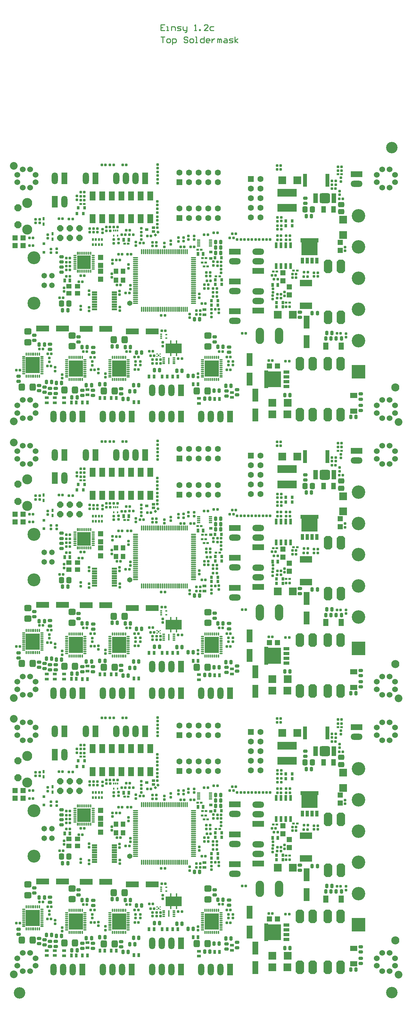
<source format=gts>
G04*
G04 #@! TF.GenerationSoftware,Altium Limited,Altium Designer,21.0.8 (223)*
G04*
G04 Layer_Color=8388736*
%FSLAX24Y24*%
%MOIN*%
G70*
G04*
G04 #@! TF.SameCoordinates,0398FE80-09BB-4AEC-B5AE-9C75AE321684*
G04*
G04*
G04 #@! TF.FilePolarity,Negative*
G04*
G01*
G75*
%ADD12C,0.0100*%
%ADD44C,0.0600*%
%ADD66P,0.0213X4X180.0*%
%ADD136C,0.0300*%
%ADD144C,0.0580*%
%ADD192C,0.0631*%
%ADD193R,0.0460X0.0130*%
%ADD194R,0.0530X0.0170*%
%ADD195R,0.1680X0.1040*%
G04:AMPARAMS|DCode=196|XSize=118.7mil|YSize=118.7mil|CornerRadius=59.4mil|HoleSize=0mil|Usage=FLASHONLY|Rotation=90.000|XOffset=0mil|YOffset=0mil|HoleType=Round|Shape=RoundedRectangle|*
%AMROUNDEDRECTD196*
21,1,0.1187,0.0000,0,0,90.0*
21,1,0.0000,0.1187,0,0,90.0*
1,1,0.1187,0.0000,0.0000*
1,1,0.1187,0.0000,0.0000*
1,1,0.1187,0.0000,0.0000*
1,1,0.1187,0.0000,0.0000*
%
%ADD196ROUNDEDRECTD196*%
%ADD197R,0.0257X0.0237*%
G04:AMPARAMS|DCode=198|XSize=33.1mil|YSize=43.4mil|CornerRadius=7.8mil|HoleSize=0mil|Usage=FLASHONLY|Rotation=0.000|XOffset=0mil|YOffset=0mil|HoleType=Round|Shape=RoundedRectangle|*
%AMROUNDEDRECTD198*
21,1,0.0331,0.0277,0,0,0.0*
21,1,0.0175,0.0434,0,0,0.0*
1,1,0.0157,0.0087,-0.0139*
1,1,0.0157,-0.0087,-0.0139*
1,1,0.0157,-0.0087,0.0139*
1,1,0.0157,0.0087,0.0139*
%
%ADD198ROUNDEDRECTD198*%
%ADD199R,0.0304X0.0386*%
G04:AMPARAMS|DCode=200|XSize=26mil|YSize=28mil|CornerRadius=6.4mil|HoleSize=0mil|Usage=FLASHONLY|Rotation=180.000|XOffset=0mil|YOffset=0mil|HoleType=Round|Shape=RoundedRectangle|*
%AMROUNDEDRECTD200*
21,1,0.0260,0.0152,0,0,180.0*
21,1,0.0132,0.0280,0,0,180.0*
1,1,0.0128,-0.0066,0.0076*
1,1,0.0128,0.0066,0.0076*
1,1,0.0128,0.0066,-0.0076*
1,1,0.0128,-0.0066,-0.0076*
%
%ADD200ROUNDEDRECTD200*%
G04:AMPARAMS|DCode=201|XSize=26mil|YSize=28mil|CornerRadius=6.4mil|HoleSize=0mil|Usage=FLASHONLY|Rotation=270.000|XOffset=0mil|YOffset=0mil|HoleType=Round|Shape=RoundedRectangle|*
%AMROUNDEDRECTD201*
21,1,0.0260,0.0152,0,0,270.0*
21,1,0.0132,0.0280,0,0,270.0*
1,1,0.0128,-0.0076,-0.0066*
1,1,0.0128,-0.0076,0.0066*
1,1,0.0128,0.0076,0.0066*
1,1,0.0128,0.0076,-0.0066*
%
%ADD201ROUNDEDRECTD201*%
%ADD202R,0.0320X0.0600*%
%ADD203R,0.0600X0.0320*%
G04:AMPARAMS|DCode=204|XSize=26mil|YSize=28mil|CornerRadius=6.4mil|HoleSize=0mil|Usage=FLASHONLY|Rotation=225.000|XOffset=0mil|YOffset=0mil|HoleType=Round|Shape=RoundedRectangle|*
%AMROUNDEDRECTD204*
21,1,0.0260,0.0152,0,0,225.0*
21,1,0.0132,0.0280,0,0,225.0*
1,1,0.0128,-0.0100,0.0007*
1,1,0.0128,-0.0007,0.0100*
1,1,0.0128,0.0100,-0.0007*
1,1,0.0128,0.0007,-0.0100*
%
%ADD204ROUNDEDRECTD204*%
%ADD205R,0.0631X0.0957*%
%ADD206R,0.0355X0.0157*%
%ADD207R,0.2048X0.0822*%
%ADD208R,0.0830X0.0830*%
G04:AMPARAMS|DCode=209|XSize=56mil|YSize=64mil|CornerRadius=15mil|HoleSize=0mil|Usage=FLASHONLY|Rotation=270.000|XOffset=0mil|YOffset=0mil|HoleType=Round|Shape=RoundedRectangle|*
%AMROUNDEDRECTD209*
21,1,0.0560,0.0340,0,0,270.0*
21,1,0.0260,0.0640,0,0,270.0*
1,1,0.0300,-0.0170,-0.0130*
1,1,0.0300,-0.0170,0.0130*
1,1,0.0300,0.0170,0.0130*
1,1,0.0300,0.0170,-0.0130*
%
%ADD209ROUNDEDRECTD209*%
%ADD210R,0.0473X0.0709*%
%ADD211R,0.0583X0.0749*%
%ADD212R,0.0240X0.0320*%
%ADD213R,0.0540X0.0190*%
G04:AMPARAMS|DCode=214|XSize=80mil|YSize=80mil|CornerRadius=40mil|HoleSize=0mil|Usage=FLASHONLY|Rotation=0.000|XOffset=0mil|YOffset=0mil|HoleType=Round|Shape=RoundedRectangle|*
%AMROUNDEDRECTD214*
21,1,0.0800,0.0000,0,0,0.0*
21,1,0.0000,0.0800,0,0,0.0*
1,1,0.0800,0.0000,0.0000*
1,1,0.0800,0.0000,0.0000*
1,1,0.0800,0.0000,0.0000*
1,1,0.0800,0.0000,0.0000*
%
%ADD214ROUNDEDRECTD214*%
%ADD215R,0.1300X0.0670*%
G04:AMPARAMS|DCode=216|XSize=56mil|YSize=64mil|CornerRadius=15mil|HoleSize=0mil|Usage=FLASHONLY|Rotation=180.000|XOffset=0mil|YOffset=0mil|HoleType=Round|Shape=RoundedRectangle|*
%AMROUNDEDRECTD216*
21,1,0.0560,0.0340,0,0,180.0*
21,1,0.0260,0.0640,0,0,180.0*
1,1,0.0300,-0.0130,0.0170*
1,1,0.0300,0.0130,0.0170*
1,1,0.0300,0.0130,-0.0170*
1,1,0.0300,-0.0130,-0.0170*
%
%ADD216ROUNDEDRECTD216*%
%ADD217R,0.0560X0.0460*%
%ADD218R,0.0240X0.0300*%
G04:AMPARAMS|DCode=219|XSize=33.1mil|YSize=43.4mil|CornerRadius=7.8mil|HoleSize=0mil|Usage=FLASHONLY|Rotation=90.000|XOffset=0mil|YOffset=0mil|HoleType=Round|Shape=RoundedRectangle|*
%AMROUNDEDRECTD219*
21,1,0.0331,0.0277,0,0,90.0*
21,1,0.0175,0.0434,0,0,90.0*
1,1,0.0157,0.0139,0.0087*
1,1,0.0157,0.0139,-0.0087*
1,1,0.0157,-0.0139,-0.0087*
1,1,0.0157,-0.0139,0.0087*
%
%ADD219ROUNDEDRECTD219*%
%ADD220O,0.0138X0.0552*%
%ADD221O,0.0552X0.0138*%
%ADD222R,0.0280X0.0280*%
%ADD223R,0.0394X0.1339*%
G04:AMPARAMS|DCode=224|XSize=67mil|YSize=75mil|CornerRadius=17.8mil|HoleSize=0mil|Usage=FLASHONLY|Rotation=90.000|XOffset=0mil|YOffset=0mil|HoleType=Round|Shape=RoundedRectangle|*
%AMROUNDEDRECTD224*
21,1,0.0670,0.0395,0,0,90.0*
21,1,0.0315,0.0750,0,0,90.0*
1,1,0.0355,0.0198,0.0158*
1,1,0.0355,0.0198,-0.0158*
1,1,0.0355,-0.0198,-0.0158*
1,1,0.0355,-0.0198,0.0158*
%
%ADD224ROUNDEDRECTD224*%
%ADD225R,0.1379X0.0591*%
%ADD226R,0.0280X0.0640*%
%ADD227R,0.0520X0.0520*%
G04:AMPARAMS|DCode=228|XSize=54mil|YSize=54mil|CornerRadius=27mil|HoleSize=0mil|Usage=FLASHONLY|Rotation=270.000|XOffset=0mil|YOffset=0mil|HoleType=Round|Shape=RoundedRectangle|*
%AMROUNDEDRECTD228*
21,1,0.0540,0.0000,0,0,270.0*
21,1,0.0000,0.0540,0,0,270.0*
1,1,0.0540,0.0000,0.0000*
1,1,0.0540,0.0000,0.0000*
1,1,0.0540,0.0000,0.0000*
1,1,0.0540,0.0000,0.0000*
%
%ADD228ROUNDEDRECTD228*%
%ADD229R,0.1457X0.1654*%
%ADD230O,0.0138X0.0375*%
%ADD231O,0.0375X0.0138*%
G04:AMPARAMS|DCode=232|XSize=15mil|YSize=35.4mil|CornerRadius=6.4mil|HoleSize=0mil|Usage=FLASHONLY|Rotation=180.000|XOffset=0mil|YOffset=0mil|HoleType=Round|Shape=RoundedRectangle|*
%AMROUNDEDRECTD232*
21,1,0.0150,0.0227,0,0,180.0*
21,1,0.0022,0.0354,0,0,180.0*
1,1,0.0128,-0.0011,0.0113*
1,1,0.0128,0.0011,0.0113*
1,1,0.0128,0.0011,-0.0113*
1,1,0.0128,-0.0011,-0.0113*
%
%ADD232ROUNDEDRECTD232*%
G04:AMPARAMS|DCode=233|XSize=15mil|YSize=35.4mil|CornerRadius=6.4mil|HoleSize=0mil|Usage=FLASHONLY|Rotation=270.000|XOffset=0mil|YOffset=0mil|HoleType=Round|Shape=RoundedRectangle|*
%AMROUNDEDRECTD233*
21,1,0.0150,0.0227,0,0,270.0*
21,1,0.0022,0.0354,0,0,270.0*
1,1,0.0128,-0.0113,-0.0011*
1,1,0.0128,-0.0113,0.0011*
1,1,0.0128,0.0113,0.0011*
1,1,0.0128,0.0113,-0.0011*
%
%ADD233ROUNDEDRECTD233*%
%ADD234R,0.1410X0.1410*%
%ADD235R,0.0276X0.0355*%
G04:AMPARAMS|DCode=236|XSize=109mil|YSize=109mil|CornerRadius=28.3mil|HoleSize=0mil|Usage=FLASHONLY|Rotation=180.000|XOffset=0mil|YOffset=0mil|HoleType=Round|Shape=RoundedRectangle|*
%AMROUNDEDRECTD236*
21,1,0.1090,0.0525,0,0,180.0*
21,1,0.0525,0.1090,0,0,180.0*
1,1,0.0565,-0.0263,0.0263*
1,1,0.0565,0.0263,0.0263*
1,1,0.0565,0.0263,-0.0263*
1,1,0.0565,-0.0263,-0.0263*
%
%ADD236ROUNDEDRECTD236*%
%ADD237R,0.0484X0.0199*%
%ADD238R,0.0355X0.0257*%
%ADD239R,0.0257X0.0138*%
%ADD240R,0.0119X0.0670*%
%ADD241R,0.0217X0.0158*%
%ADD242R,0.0847X0.0847*%
%ADD243O,0.0150X0.0355*%
%ADD244O,0.0355X0.0150*%
%ADD245R,0.0158X0.0217*%
%ADD246R,0.0386X0.0304*%
%ADD247R,0.0591X0.1379*%
G04:AMPARAMS|DCode=248|XSize=67mil|YSize=75mil|CornerRadius=17.8mil|HoleSize=0mil|Usage=FLASHONLY|Rotation=180.000|XOffset=0mil|YOffset=0mil|HoleType=Round|Shape=RoundedRectangle|*
%AMROUNDEDRECTD248*
21,1,0.0670,0.0395,0,0,180.0*
21,1,0.0315,0.0750,0,0,180.0*
1,1,0.0355,-0.0158,0.0198*
1,1,0.0355,0.0158,0.0198*
1,1,0.0355,0.0158,-0.0198*
1,1,0.0355,-0.0158,-0.0198*
%
%ADD248ROUNDEDRECTD248*%
%ADD249R,0.0520X0.0520*%
%ADD250R,0.0355X0.0276*%
%ADD251R,0.0830X0.0830*%
%ADD252R,0.0460X0.0560*%
%ADD253R,0.0749X0.0583*%
%ADD254R,0.0631X0.0631*%
%ADD255C,0.0631*%
%ADD256O,0.0865X0.1690*%
%ADD257R,0.0631X0.0631*%
G04:AMPARAMS|DCode=258|XSize=137mil|YSize=87mil|CornerRadius=0mil|HoleSize=0mil|Usage=FLASHONLY|Rotation=270.000|XOffset=0mil|YOffset=0mil|HoleType=Round|Shape=Octagon|*
%AMOCTAGOND258*
4,1,8,-0.0217,-0.0685,0.0217,-0.0685,0.0435,-0.0468,0.0435,0.0468,0.0217,0.0685,-0.0217,0.0685,-0.0435,0.0468,-0.0435,-0.0468,-0.0217,-0.0685,0.0*
%
%ADD258OCTAGOND258*%

%ADD259P,0.0714X8X22.5*%
%ADD260C,0.1345*%
%ADD261P,0.0801X8X292.5*%
%ADD262C,0.1040*%
%ADD263R,0.1240X0.0640*%
%ADD264O,0.1240X0.0640*%
%ADD265R,0.0640X0.1240*%
%ADD266O,0.0640X0.1240*%
%ADD267O,0.1400X0.1400*%
%ADD268R,0.1400X0.1400*%
%ADD269C,0.0840*%
%ADD270C,0.0240*%
G36*
X32453Y48556D02*
X32355D01*
Y47217D01*
X30701D01*
Y48556D01*
X30603D01*
Y48960D01*
X32453D01*
Y48556D01*
D02*
G37*
G36*
X16074Y36860D02*
X15971D01*
X15912Y36919D01*
Y36962D01*
X16074D01*
Y36860D01*
D02*
G37*
G36*
X15747Y36919D02*
X15688Y36860D01*
X15585D01*
Y36962D01*
X15747D01*
Y36919D01*
D02*
G37*
G36*
X16074Y36600D02*
X15912D01*
Y36643D01*
X15971Y36702D01*
X16074D01*
Y36600D01*
D02*
G37*
G36*
X15747Y36643D02*
Y36600D01*
X15585D01*
Y36702D01*
X15688D01*
X15747Y36643D01*
D02*
G37*
G36*
X27217Y35114D02*
X28555D01*
Y33460D01*
X27217D01*
Y33362D01*
X26813D01*
Y35212D01*
X27217D01*
Y35114D01*
D02*
G37*
G36*
X32453Y19777D02*
X32355D01*
Y18438D01*
X30701D01*
Y19777D01*
X30603D01*
Y20180D01*
X32453D01*
Y19777D01*
D02*
G37*
G36*
X16074Y8080D02*
X15971D01*
X15912Y8139D01*
Y8183D01*
X16074D01*
Y8080D01*
D02*
G37*
G36*
X15747Y8139D02*
X15688Y8080D01*
X15585D01*
Y8183D01*
X15747D01*
Y8139D01*
D02*
G37*
G36*
X16074Y7821D02*
X15912D01*
Y7864D01*
X15971Y7923D01*
X16074D01*
Y7821D01*
D02*
G37*
G36*
X15747Y7864D02*
Y7821D01*
X15585D01*
Y7923D01*
X15688D01*
X15747Y7864D01*
D02*
G37*
G36*
X27217Y6334D02*
X28555D01*
Y4681D01*
X27217D01*
Y4582D01*
X26813D01*
Y6433D01*
X27217D01*
Y6334D01*
D02*
G37*
G36*
X32453Y-9003D02*
X32355D01*
Y-10342D01*
X30701D01*
Y-9003D01*
X30603D01*
Y-8599D01*
X32453D01*
Y-9003D01*
D02*
G37*
G36*
X16074Y-20699D02*
X15971D01*
X15912Y-20640D01*
Y-20597D01*
X16074D01*
Y-20699D01*
D02*
G37*
G36*
X15747Y-20640D02*
X15688Y-20699D01*
X15585D01*
Y-20597D01*
X15747D01*
Y-20640D01*
D02*
G37*
G36*
X16074Y-20959D02*
X15912D01*
Y-20916D01*
X15971Y-20857D01*
X16074D01*
Y-20959D01*
D02*
G37*
G36*
X15747Y-20916D02*
Y-20959D01*
X15585D01*
Y-20857D01*
X15688D01*
X15747Y-20916D01*
D02*
G37*
G36*
X27217Y-22445D02*
X28555D01*
Y-24099D01*
X27217D01*
Y-24197D01*
X26813D01*
Y-22347D01*
X27217D01*
Y-22445D01*
D02*
G37*
G54D12*
X16048Y69942D02*
X16448D01*
X16248D01*
Y69343D01*
X16748D02*
X16948D01*
X17048Y69442D01*
Y69642D01*
X16948Y69742D01*
X16748D01*
X16648Y69642D01*
Y69442D01*
X16748Y69343D01*
X17248Y69143D02*
Y69742D01*
X17548D01*
X17648Y69642D01*
Y69442D01*
X17548Y69343D01*
X17248D01*
X18847Y69842D02*
X18747Y69942D01*
X18548D01*
X18448Y69842D01*
Y69742D01*
X18548Y69642D01*
X18747D01*
X18847Y69542D01*
Y69442D01*
X18747Y69343D01*
X18548D01*
X18448Y69442D01*
X19147Y69343D02*
X19347D01*
X19447Y69442D01*
Y69642D01*
X19347Y69742D01*
X19147D01*
X19047Y69642D01*
Y69442D01*
X19147Y69343D01*
X19647D02*
X19847D01*
X19747D01*
Y69942D01*
X19647D01*
X20547D02*
Y69343D01*
X20247D01*
X20147Y69442D01*
Y69642D01*
X20247Y69742D01*
X20547D01*
X21047Y69343D02*
X20847D01*
X20747Y69442D01*
Y69642D01*
X20847Y69742D01*
X21047D01*
X21147Y69642D01*
Y69542D01*
X20747D01*
X21347Y69742D02*
Y69343D01*
Y69542D01*
X21447Y69642D01*
X21547Y69742D01*
X21647D01*
X21946Y69343D02*
Y69742D01*
X22046D01*
X22146Y69642D01*
Y69343D01*
Y69642D01*
X22246Y69742D01*
X22346Y69642D01*
Y69343D01*
X22646Y69742D02*
X22846D01*
X22946Y69642D01*
Y69343D01*
X22646D01*
X22546Y69442D01*
X22646Y69542D01*
X22946D01*
X23146Y69343D02*
X23446D01*
X23546Y69442D01*
X23446Y69542D01*
X23246D01*
X23146Y69642D01*
X23246Y69742D01*
X23546D01*
X23746Y69343D02*
Y69942D01*
Y69542D02*
X24046Y69742D01*
X23746Y69542D02*
X24046Y69343D01*
X16448Y71192D02*
X16048D01*
Y70593D01*
X16448D01*
X16048Y70892D02*
X16248D01*
X16648Y70593D02*
X16848D01*
X16748D01*
Y70992D01*
X16648D01*
X17148Y70593D02*
Y70992D01*
X17448D01*
X17548Y70892D01*
Y70593D01*
X17748D02*
X18048D01*
X18148Y70692D01*
X18048Y70792D01*
X17848D01*
X17748Y70892D01*
X17848Y70992D01*
X18148D01*
X18348D02*
Y70692D01*
X18448Y70593D01*
X18747D01*
Y70493D01*
X18648Y70393D01*
X18548D01*
X18747Y70593D02*
Y70992D01*
X19547Y70593D02*
X19747D01*
X19647D01*
Y71192D01*
X19547Y71092D01*
X20047Y70593D02*
Y70692D01*
X20147D01*
Y70593D01*
X20047D01*
X20947D02*
X20547D01*
X20947Y70992D01*
Y71092D01*
X20847Y71192D01*
X20647D01*
X20547Y71092D01*
X21547Y70992D02*
X21247D01*
X21147Y70892D01*
Y70692D01*
X21247Y70593D01*
X21547D01*
G54D44*
X39873Y-27323D02*
D03*
X39086D02*
D03*
X38535Y-26772D02*
D03*
Y-25984D02*
D03*
X39086Y-25433D02*
D03*
X39873D02*
D03*
X40424Y-25984D02*
D03*
Y-26772D02*
D03*
Y-2756D02*
D03*
Y-1969D02*
D03*
X39873Y-1417D02*
D03*
X39086D02*
D03*
X38535Y-1969D02*
D03*
Y-2756D02*
D03*
X39086Y-3307D02*
D03*
X39873D02*
D03*
X3023Y-2756D02*
D03*
Y-1969D02*
D03*
X2472Y-1417D02*
D03*
X1684D02*
D03*
X1133Y-1969D02*
D03*
Y-2756D02*
D03*
X1684Y-3307D02*
D03*
X2472D02*
D03*
X3023Y-26772D02*
D03*
Y-25984D02*
D03*
X2472Y-25433D02*
D03*
X1684D02*
D03*
X1133Y-25984D02*
D03*
Y-26772D02*
D03*
X1684Y-27323D02*
D03*
X2472D02*
D03*
X39873Y1457D02*
D03*
X39086D02*
D03*
X38535Y2008D02*
D03*
Y2795D02*
D03*
X39086Y3346D02*
D03*
X39873D02*
D03*
X40424Y2795D02*
D03*
Y2008D02*
D03*
Y26024D02*
D03*
Y26811D02*
D03*
X39873Y27362D02*
D03*
X39086D02*
D03*
X38535Y26811D02*
D03*
Y26024D02*
D03*
X39086Y25472D02*
D03*
X39873D02*
D03*
X3023Y26024D02*
D03*
Y26811D02*
D03*
X2472Y27362D02*
D03*
X1684D02*
D03*
X1133Y26811D02*
D03*
Y26024D02*
D03*
X1684Y25472D02*
D03*
X2472D02*
D03*
X3023Y2008D02*
D03*
Y2795D02*
D03*
X2472Y3346D02*
D03*
X1684D02*
D03*
X1133Y2795D02*
D03*
Y2008D02*
D03*
X1684Y1457D02*
D03*
X2472D02*
D03*
X39873Y30236D02*
D03*
X39086D02*
D03*
X38535Y30787D02*
D03*
Y31575D02*
D03*
X39086Y32126D02*
D03*
X39873D02*
D03*
X40424Y31575D02*
D03*
Y30787D02*
D03*
Y54803D02*
D03*
Y55591D02*
D03*
X39873Y56142D02*
D03*
X39086D02*
D03*
X38535Y55591D02*
D03*
Y54803D02*
D03*
X39086Y54252D02*
D03*
X39873D02*
D03*
X3023Y54803D02*
D03*
Y55591D02*
D03*
X2472Y56142D02*
D03*
X1684D02*
D03*
X1133Y55591D02*
D03*
Y54803D02*
D03*
X1684Y54252D02*
D03*
X2472D02*
D03*
X3023Y30787D02*
D03*
Y31575D02*
D03*
X2472Y32126D02*
D03*
X1684D02*
D03*
X1133Y31575D02*
D03*
Y30787D02*
D03*
X1684Y30236D02*
D03*
X2472D02*
D03*
G54D66*
X15829Y-20778D02*
D03*
Y8002D02*
D03*
Y36781D02*
D03*
G54D136*
X31928Y-10061D02*
D03*
Y-9661D02*
D03*
Y-9261D02*
D03*
Y-8861D02*
D03*
X31128D02*
D03*
Y-9261D02*
D03*
Y-9661D02*
D03*
Y-10061D02*
D03*
X31528D02*
D03*
Y-9661D02*
D03*
Y-8861D02*
D03*
Y-9261D02*
D03*
X28275Y-22872D02*
D03*
X27875D02*
D03*
X27475D02*
D03*
X27075D02*
D03*
Y-23672D02*
D03*
X27475D02*
D03*
X27875D02*
D03*
X28275D02*
D03*
Y-23272D02*
D03*
X27875D02*
D03*
X27075D02*
D03*
X27475D02*
D03*
X20924Y-21499D02*
D03*
X21790Y-22798D02*
D03*
X21357D02*
D03*
X20924D02*
D03*
X21790Y-22365D02*
D03*
X21357D02*
D03*
X20924D02*
D03*
X21790Y-21932D02*
D03*
X21357D02*
D03*
X20924D02*
D03*
X21790Y-21499D02*
D03*
X21357D02*
D03*
X8067Y-11089D02*
D03*
Y-10715D02*
D03*
X7690Y-10711D02*
D03*
X7695Y-11089D02*
D03*
X7693Y-11473D02*
D03*
X8067Y-11463D02*
D03*
X8441D02*
D03*
Y-11089D02*
D03*
Y-10715D02*
D03*
X2743Y-21139D02*
D03*
X3176D02*
D03*
X2310Y-21572D02*
D03*
X2743D02*
D03*
X3176D02*
D03*
X2310Y-22005D02*
D03*
X2743D02*
D03*
X3176D02*
D03*
X2310Y-22438D02*
D03*
X2743D02*
D03*
X3176D02*
D03*
X2310Y-21139D02*
D03*
X7217Y-21499D02*
D03*
X7650D02*
D03*
X6784Y-21932D02*
D03*
X7217D02*
D03*
X7650D02*
D03*
X6784Y-22365D02*
D03*
X7217D02*
D03*
X7650D02*
D03*
X6784Y-22798D02*
D03*
X7217D02*
D03*
X7650D02*
D03*
X6784Y-21499D02*
D03*
X11717D02*
D03*
X12150D02*
D03*
X11284Y-21932D02*
D03*
X11717D02*
D03*
X12150D02*
D03*
X11284Y-22365D02*
D03*
X11717D02*
D03*
X12150D02*
D03*
X11284Y-22798D02*
D03*
X11717D02*
D03*
X12150D02*
D03*
X11284Y-21499D02*
D03*
X31928Y18718D02*
D03*
Y19118D02*
D03*
Y19518D02*
D03*
Y19918D02*
D03*
X31128D02*
D03*
Y19518D02*
D03*
Y19118D02*
D03*
Y18718D02*
D03*
X31528D02*
D03*
Y19118D02*
D03*
Y19918D02*
D03*
Y19518D02*
D03*
X28275Y5907D02*
D03*
X27875D02*
D03*
X27475D02*
D03*
X27075D02*
D03*
Y5107D02*
D03*
X27475D02*
D03*
X27875D02*
D03*
X28275D02*
D03*
Y5507D02*
D03*
X27875D02*
D03*
X27075D02*
D03*
X27475D02*
D03*
X20924Y7281D02*
D03*
X21790Y5982D02*
D03*
X21357D02*
D03*
X20924D02*
D03*
X21790Y6415D02*
D03*
X21357D02*
D03*
X20924D02*
D03*
X21790Y6848D02*
D03*
X21357D02*
D03*
X20924D02*
D03*
X21790Y7281D02*
D03*
X21357D02*
D03*
X8067Y17691D02*
D03*
Y18065D02*
D03*
X7690Y18068D02*
D03*
X7695Y17691D02*
D03*
X7693Y17307D02*
D03*
X8067Y17317D02*
D03*
X8441D02*
D03*
Y17691D02*
D03*
Y18065D02*
D03*
X2743Y7641D02*
D03*
X3176D02*
D03*
X2310Y7208D02*
D03*
X2743D02*
D03*
X3176D02*
D03*
X2310Y6775D02*
D03*
X2743D02*
D03*
X3176D02*
D03*
X2310Y6342D02*
D03*
X2743D02*
D03*
X3176D02*
D03*
X2310Y7641D02*
D03*
X7217Y7281D02*
D03*
X7650D02*
D03*
X6784Y6848D02*
D03*
X7217D02*
D03*
X7650D02*
D03*
X6784Y6415D02*
D03*
X7217D02*
D03*
X7650D02*
D03*
X6784Y5982D02*
D03*
X7217D02*
D03*
X7650D02*
D03*
X6784Y7281D02*
D03*
X11717D02*
D03*
X12150D02*
D03*
X11284Y6848D02*
D03*
X11717D02*
D03*
X12150D02*
D03*
X11284Y6415D02*
D03*
X11717D02*
D03*
X12150D02*
D03*
X11284Y5982D02*
D03*
X11717D02*
D03*
X12150D02*
D03*
X11284Y7281D02*
D03*
X31928Y47498D02*
D03*
Y47898D02*
D03*
Y48298D02*
D03*
Y48698D02*
D03*
X31128D02*
D03*
Y48298D02*
D03*
Y47898D02*
D03*
Y47498D02*
D03*
X31528D02*
D03*
Y47898D02*
D03*
Y48698D02*
D03*
Y48298D02*
D03*
X28275Y34687D02*
D03*
X27875D02*
D03*
X27475D02*
D03*
X27075D02*
D03*
Y33887D02*
D03*
X27475D02*
D03*
X27875D02*
D03*
X28275D02*
D03*
Y34287D02*
D03*
X27875D02*
D03*
X27075D02*
D03*
X27475D02*
D03*
X20924Y36060D02*
D03*
X21790Y34761D02*
D03*
X21357D02*
D03*
X20924D02*
D03*
X21790Y35194D02*
D03*
X21357D02*
D03*
X20924D02*
D03*
X21790Y35627D02*
D03*
X21357D02*
D03*
X20924D02*
D03*
X21790Y36060D02*
D03*
X21357D02*
D03*
X8067Y46470D02*
D03*
Y46844D02*
D03*
X7690Y46848D02*
D03*
X7695Y46470D02*
D03*
X7693Y46086D02*
D03*
X8067Y46096D02*
D03*
X8441D02*
D03*
Y46470D02*
D03*
Y46844D02*
D03*
X2743Y36420D02*
D03*
X3176D02*
D03*
X2310Y35987D02*
D03*
X2743D02*
D03*
X3176D02*
D03*
X2310Y35554D02*
D03*
X2743D02*
D03*
X3176D02*
D03*
X2310Y35121D02*
D03*
X2743D02*
D03*
X3176D02*
D03*
X2310Y36420D02*
D03*
X7217Y36060D02*
D03*
X7650D02*
D03*
X6784Y35627D02*
D03*
X7217D02*
D03*
X7650D02*
D03*
X6784Y35194D02*
D03*
X7217D02*
D03*
X7650D02*
D03*
X6784Y34761D02*
D03*
X7217D02*
D03*
X7650D02*
D03*
X6784Y36060D02*
D03*
X11717D02*
D03*
X12150D02*
D03*
X11284Y35627D02*
D03*
X11717D02*
D03*
X12150D02*
D03*
X11284Y35194D02*
D03*
X11717D02*
D03*
X12150D02*
D03*
X11284Y34761D02*
D03*
X11717D02*
D03*
X12150D02*
D03*
X11284Y36060D02*
D03*
G54D144*
X4725Y-13492D02*
D03*
Y-12500D02*
D03*
X3935D02*
D03*
Y-13492D02*
D03*
X4725Y15287D02*
D03*
Y16280D02*
D03*
X3935D02*
D03*
Y15287D02*
D03*
X4725Y44067D02*
D03*
Y45059D02*
D03*
X3935D02*
D03*
Y44067D02*
D03*
G54D192*
X26434Y-2432D02*
D03*
Y-3432D02*
D03*
Y-4432D02*
D03*
Y-5432D02*
D03*
Y-6432D02*
D03*
Y26348D02*
D03*
Y25348D02*
D03*
Y24348D02*
D03*
Y23348D02*
D03*
Y22348D02*
D03*
Y55127D02*
D03*
Y54127D02*
D03*
Y53127D02*
D03*
Y52127D02*
D03*
Y51127D02*
D03*
G54D193*
X11208Y-14214D02*
D03*
X11208Y-14464D02*
D03*
X11208Y-14714D02*
D03*
X11208Y-14964D02*
D03*
X11208Y-15214D02*
D03*
X11208Y-15464D02*
D03*
Y-15714D02*
D03*
X11208Y-15964D02*
D03*
X9168D02*
D03*
X9168Y-15714D02*
D03*
Y-15464D02*
D03*
X9168Y-15214D02*
D03*
X9168Y-14964D02*
D03*
Y-14714D02*
D03*
X9168Y-14464D02*
D03*
X9168Y-14214D02*
D03*
X11208Y14566D02*
D03*
X11208Y14316D02*
D03*
X11208Y14066D02*
D03*
X11208Y13816D02*
D03*
X11208Y13566D02*
D03*
X11208Y13316D02*
D03*
Y13066D02*
D03*
X11208Y12816D02*
D03*
X9168D02*
D03*
X9168Y13066D02*
D03*
Y13316D02*
D03*
X9168Y13566D02*
D03*
X9168Y13816D02*
D03*
Y14066D02*
D03*
X9168Y14316D02*
D03*
X9168Y14566D02*
D03*
X11208Y43345D02*
D03*
X11208Y43095D02*
D03*
X11208Y42845D02*
D03*
X11208Y42595D02*
D03*
X11208Y42345D02*
D03*
X11208Y42095D02*
D03*
Y41845D02*
D03*
X11208Y41595D02*
D03*
X9168D02*
D03*
X9168Y41845D02*
D03*
Y42095D02*
D03*
X9168Y42345D02*
D03*
X9168Y42595D02*
D03*
Y42845D02*
D03*
X9168Y43095D02*
D03*
X9168Y43345D02*
D03*
G54D194*
X11213Y-14214D02*
D03*
X11213Y-14464D02*
D03*
X11213Y-14714D02*
D03*
X11213Y-14964D02*
D03*
X11213Y-15214D02*
D03*
X11213Y-15464D02*
D03*
X11213Y-15714D02*
D03*
X11213Y-15964D02*
D03*
X9163Y-15964D02*
D03*
X9163Y-15714D02*
D03*
Y-15464D02*
D03*
X9163Y-15214D02*
D03*
X9163Y-14964D02*
D03*
Y-14714D02*
D03*
X9163Y-14464D02*
D03*
Y-14214D02*
D03*
X11213Y14566D02*
D03*
X11213Y14316D02*
D03*
X11213Y14066D02*
D03*
X11213Y13816D02*
D03*
X11213Y13566D02*
D03*
X11213Y13316D02*
D03*
X11213Y13066D02*
D03*
X11213Y12816D02*
D03*
X9163Y12816D02*
D03*
X9163Y13066D02*
D03*
Y13316D02*
D03*
X9163Y13566D02*
D03*
X9163Y13816D02*
D03*
Y14066D02*
D03*
X9163Y14316D02*
D03*
Y14566D02*
D03*
X11213Y43345D02*
D03*
X11213Y43095D02*
D03*
X11213Y42845D02*
D03*
X11213Y42595D02*
D03*
X11213Y42345D02*
D03*
X11213Y42095D02*
D03*
X11213Y41845D02*
D03*
X11213Y41595D02*
D03*
X9163Y41595D02*
D03*
X9163Y41845D02*
D03*
Y42095D02*
D03*
X9163Y42345D02*
D03*
X9163Y42595D02*
D03*
Y42845D02*
D03*
X9163Y43095D02*
D03*
Y43345D02*
D03*
G54D195*
X17394Y-20050D02*
D03*
Y8730D02*
D03*
Y37509D02*
D03*
G54D196*
X40098Y58415D02*
D03*
Y-29557D02*
D03*
X1359Y-29596D02*
D03*
G54D197*
X19884Y-9779D02*
D03*
X20258D02*
D03*
X20367Y-11134D02*
D03*
X20744D02*
D03*
X20390Y-10667D02*
D03*
X20767D02*
D03*
X29474Y-15279D02*
D03*
X29097D02*
D03*
X22186Y-12540D02*
D03*
X21809D02*
D03*
X20552Y-11528D02*
D03*
X20929D02*
D03*
X8106Y-5006D02*
D03*
X7732D02*
D03*
X12300Y-9144D02*
D03*
X12674D02*
D03*
X29872Y-11956D02*
D03*
X30249D02*
D03*
X28136Y-12066D02*
D03*
X27762D02*
D03*
X34871Y-1926D02*
D03*
X34497D02*
D03*
X19884Y19001D02*
D03*
X20258D02*
D03*
X20367Y17646D02*
D03*
X20744D02*
D03*
X20390Y18112D02*
D03*
X20767D02*
D03*
X29474Y13501D02*
D03*
X29097D02*
D03*
X22186Y16240D02*
D03*
X21809D02*
D03*
X20552Y17252D02*
D03*
X20929D02*
D03*
X8106Y23773D02*
D03*
X7732D02*
D03*
X12300Y19636D02*
D03*
X12674D02*
D03*
X29872Y16823D02*
D03*
X30249D02*
D03*
X28136Y16713D02*
D03*
X27762D02*
D03*
X34871Y26854D02*
D03*
X34497D02*
D03*
X19884Y47780D02*
D03*
X20258D02*
D03*
X20367Y46425D02*
D03*
X20744D02*
D03*
X20390Y46892D02*
D03*
X20767D02*
D03*
X29474Y42280D02*
D03*
X29097D02*
D03*
X22186Y45019D02*
D03*
X21809D02*
D03*
X20552Y46031D02*
D03*
X20929D02*
D03*
X8106Y52553D02*
D03*
X7732D02*
D03*
X12300Y48416D02*
D03*
X12674D02*
D03*
X29872Y45603D02*
D03*
X30249D02*
D03*
X28136Y45493D02*
D03*
X27762D02*
D03*
X34871Y55634D02*
D03*
X34497D02*
D03*
G54D198*
X22291Y-10119D02*
D03*
X21755D02*
D03*
X22302Y-8996D02*
D03*
X21766D02*
D03*
X22291Y-9564D02*
D03*
X21755D02*
D03*
X5844Y-16079D02*
D03*
X6380D02*
D03*
X28959Y-24909D02*
D03*
X29495D02*
D03*
X21589Y-24459D02*
D03*
X22125D02*
D03*
X19435Y-22919D02*
D03*
X18899D02*
D03*
X21165Y-25279D02*
D03*
X20629D02*
D03*
X22525Y-19899D02*
D03*
X21989D02*
D03*
X22829Y-23939D02*
D03*
X23365D02*
D03*
X9709Y-23799D02*
D03*
X10245D02*
D03*
X12819Y-24529D02*
D03*
X13355D02*
D03*
X10979Y-19839D02*
D03*
X11515D02*
D03*
X15930Y-22333D02*
D03*
X15394D02*
D03*
X18265Y-22379D02*
D03*
X17729D02*
D03*
X13519Y-20479D02*
D03*
X14055D02*
D03*
X12359Y-19909D02*
D03*
X12895D02*
D03*
X13765Y-23869D02*
D03*
X13229D02*
D03*
X7869Y-19909D02*
D03*
X8405D02*
D03*
X8845Y-23879D02*
D03*
X8309D02*
D03*
X7345Y-25149D02*
D03*
X6809D02*
D03*
X5737Y-23656D02*
D03*
X5202D02*
D03*
X12129Y-25329D02*
D03*
X12665D02*
D03*
X33314Y-18454D02*
D03*
X33850D02*
D03*
X33239Y-19029D02*
D03*
X33775D02*
D03*
X34309D02*
D03*
X34845D02*
D03*
X31715Y-6279D02*
D03*
X31179D02*
D03*
X32345Y-16379D02*
D03*
X31809D02*
D03*
X3409Y-19659D02*
D03*
X3945D02*
D03*
X4705Y-23559D02*
D03*
X4169D02*
D03*
X20083Y-17008D02*
D03*
X19548D02*
D03*
X36375Y-27169D02*
D03*
X35839D02*
D03*
X22291Y18661D02*
D03*
X21755D02*
D03*
X22302Y19783D02*
D03*
X21766D02*
D03*
X22291Y19216D02*
D03*
X21755D02*
D03*
X5844Y12701D02*
D03*
X6380D02*
D03*
X28959Y3871D02*
D03*
X29495D02*
D03*
X21589Y4321D02*
D03*
X22125D02*
D03*
X19435Y5861D02*
D03*
X18899D02*
D03*
X21165Y3501D02*
D03*
X20629D02*
D03*
X22525Y8881D02*
D03*
X21989D02*
D03*
X22829Y4841D02*
D03*
X23365D02*
D03*
X9709Y4981D02*
D03*
X10245D02*
D03*
X12819Y4251D02*
D03*
X13355D02*
D03*
X10979Y8941D02*
D03*
X11515D02*
D03*
X15930Y6447D02*
D03*
X15394D02*
D03*
X18265Y6401D02*
D03*
X17729D02*
D03*
X13519Y8301D02*
D03*
X14055D02*
D03*
X12359Y8871D02*
D03*
X12895D02*
D03*
X13765Y4911D02*
D03*
X13229D02*
D03*
X7869Y8871D02*
D03*
X8405D02*
D03*
X8845Y4901D02*
D03*
X8309D02*
D03*
X7345Y3631D02*
D03*
X6809D02*
D03*
X5737Y5123D02*
D03*
X5202D02*
D03*
X12129Y3451D02*
D03*
X12665D02*
D03*
X33314Y10326D02*
D03*
X33850D02*
D03*
X33239Y9751D02*
D03*
X33775D02*
D03*
X34309D02*
D03*
X34845D02*
D03*
X31715Y22501D02*
D03*
X31179D02*
D03*
X32345Y12401D02*
D03*
X31809D02*
D03*
X3409Y9121D02*
D03*
X3945D02*
D03*
X4705Y5221D02*
D03*
X4169D02*
D03*
X20083Y11771D02*
D03*
X19548D02*
D03*
X36375Y1611D02*
D03*
X35839D02*
D03*
X22291Y47440D02*
D03*
X21755D02*
D03*
X22302Y48563D02*
D03*
X21766D02*
D03*
X22291Y47995D02*
D03*
X21755D02*
D03*
X5844Y41480D02*
D03*
X6380D02*
D03*
X28959Y32650D02*
D03*
X29495D02*
D03*
X21589Y33100D02*
D03*
X22125D02*
D03*
X19435Y34640D02*
D03*
X18899D02*
D03*
X21165Y32280D02*
D03*
X20629D02*
D03*
X22525Y37660D02*
D03*
X21989D02*
D03*
X22829Y33620D02*
D03*
X23365D02*
D03*
X9709Y33760D02*
D03*
X10245D02*
D03*
X12819Y33030D02*
D03*
X13355D02*
D03*
X10979Y37720D02*
D03*
X11515D02*
D03*
X15930Y35226D02*
D03*
X15394D02*
D03*
X18265Y35180D02*
D03*
X17729D02*
D03*
X13519Y37080D02*
D03*
X14055D02*
D03*
X12359Y37650D02*
D03*
X12895D02*
D03*
X13765Y33690D02*
D03*
X13229D02*
D03*
X7869Y37650D02*
D03*
X8405D02*
D03*
X8845Y33680D02*
D03*
X8309D02*
D03*
X7345Y32410D02*
D03*
X6809D02*
D03*
X5737Y33903D02*
D03*
X5202D02*
D03*
X12129Y32230D02*
D03*
X12665D02*
D03*
X33314Y39105D02*
D03*
X33850D02*
D03*
X33239Y38530D02*
D03*
X33775D02*
D03*
X34309D02*
D03*
X34845D02*
D03*
X31715Y51280D02*
D03*
X31179D02*
D03*
X32345Y41180D02*
D03*
X31809D02*
D03*
X3409Y37900D02*
D03*
X3945D02*
D03*
X4705Y34000D02*
D03*
X4169D02*
D03*
X20083Y40551D02*
D03*
X19548D02*
D03*
X36375Y30390D02*
D03*
X35839D02*
D03*
G54D199*
X20446Y-10225D02*
D03*
X19922D02*
D03*
X6599Y-12999D02*
D03*
X6075D02*
D03*
X27694Y-13465D02*
D03*
X28217D02*
D03*
X21645Y-25319D02*
D03*
X22169D02*
D03*
X17295Y-22969D02*
D03*
X17819D02*
D03*
X16205D02*
D03*
X16729D02*
D03*
X14835D02*
D03*
X15359D02*
D03*
X12729Y-8744D02*
D03*
X12205D02*
D03*
X11421Y-25206D02*
D03*
X10898D02*
D03*
X19939Y-23789D02*
D03*
X19415D02*
D03*
X6748Y-25686D02*
D03*
X7271D02*
D03*
X7908Y-25696D02*
D03*
X8431D02*
D03*
X9718Y-25206D02*
D03*
X10241D02*
D03*
X13248Y-25646D02*
D03*
X13771D02*
D03*
X20446Y18555D02*
D03*
X19922D02*
D03*
X6599Y15781D02*
D03*
X6075D02*
D03*
X27694Y15315D02*
D03*
X28217D02*
D03*
X21645Y3461D02*
D03*
X22169D02*
D03*
X17295Y5811D02*
D03*
X17819D02*
D03*
X16205D02*
D03*
X16729D02*
D03*
X14835D02*
D03*
X15359D02*
D03*
X12729Y20036D02*
D03*
X12205D02*
D03*
X11421Y3573D02*
D03*
X10898D02*
D03*
X19939Y4991D02*
D03*
X19415D02*
D03*
X6748Y3093D02*
D03*
X7271D02*
D03*
X7908Y3083D02*
D03*
X8431D02*
D03*
X9718Y3573D02*
D03*
X10241D02*
D03*
X13248Y3133D02*
D03*
X13771D02*
D03*
X20446Y47334D02*
D03*
X19922D02*
D03*
X6599Y44560D02*
D03*
X6075D02*
D03*
X27694Y44094D02*
D03*
X28217D02*
D03*
X21645Y32240D02*
D03*
X22169D02*
D03*
X17295Y34590D02*
D03*
X17819D02*
D03*
X16205D02*
D03*
X16729D02*
D03*
X14835D02*
D03*
X15359D02*
D03*
X12729Y48816D02*
D03*
X12205D02*
D03*
X11421Y32353D02*
D03*
X10898D02*
D03*
X19939Y33770D02*
D03*
X19415D02*
D03*
X6748Y31873D02*
D03*
X7271D02*
D03*
X7908Y31863D02*
D03*
X8431D02*
D03*
X9718Y32353D02*
D03*
X10241D02*
D03*
X13248Y31913D02*
D03*
X13771D02*
D03*
G54D200*
X20952Y-8219D02*
D03*
X20573D02*
D03*
X21574Y-8028D02*
D03*
X21953D02*
D03*
X10402Y-7416D02*
D03*
X10776D02*
D03*
X17877Y-21113D02*
D03*
X18251D02*
D03*
X16164Y-18209D02*
D03*
X16538D02*
D03*
X15003Y-20827D02*
D03*
X15377D02*
D03*
X9937Y-964D02*
D03*
X10311D02*
D03*
X5460Y-6554D02*
D03*
X5834D02*
D03*
X4644Y-21889D02*
D03*
X4270D02*
D03*
X1022Y-22317D02*
D03*
X1396D02*
D03*
X3794Y-20119D02*
D03*
X3420D02*
D03*
X4300Y-20609D02*
D03*
X4674D02*
D03*
X31312Y-12579D02*
D03*
X30938D02*
D03*
X23304Y-22289D02*
D03*
X22930D02*
D03*
X6604Y-12539D02*
D03*
X6230D02*
D03*
X22494Y-20369D02*
D03*
X22120D02*
D03*
X13744Y-22249D02*
D03*
X13370D02*
D03*
X9154Y-22269D02*
D03*
X8780D02*
D03*
X11863Y-13437D02*
D03*
X11489D02*
D03*
X12864Y-20379D02*
D03*
X12490D02*
D03*
X8354D02*
D03*
X7980D02*
D03*
X34234Y-3429D02*
D03*
X33860D02*
D03*
X25918Y-8709D02*
D03*
X25544D02*
D03*
X22920Y-20959D02*
D03*
X23294D02*
D03*
X13340D02*
D03*
X13714D02*
D03*
X8774Y-20969D02*
D03*
X9148D02*
D03*
X24520Y-18469D02*
D03*
X24894D02*
D03*
X6604Y-10659D02*
D03*
X6230D02*
D03*
X6604Y-11899D02*
D03*
X6230D02*
D03*
X8090Y-12471D02*
D03*
X7716D02*
D03*
X7530Y-13119D02*
D03*
X7904D02*
D03*
X5530Y-14789D02*
D03*
X5904D02*
D03*
X16105Y-16634D02*
D03*
X16479D02*
D03*
X20810Y-12139D02*
D03*
X21184D02*
D03*
X11807Y-10860D02*
D03*
X11428D02*
D03*
X15242Y-20335D02*
D03*
X14863D02*
D03*
X10779Y-7806D02*
D03*
X10400D02*
D03*
X2769Y-8539D02*
D03*
X2390D02*
D03*
X6889Y-6596D02*
D03*
X6510D02*
D03*
X34877Y-1554D02*
D03*
X34498D02*
D03*
X7729Y-3796D02*
D03*
X8108D02*
D03*
X7729Y-4206D02*
D03*
X8108D02*
D03*
X8109Y-4626D02*
D03*
X7730D02*
D03*
X28542Y-1015D02*
D03*
X28163D02*
D03*
X28542Y-1415D02*
D03*
X28163D02*
D03*
X29417Y-21379D02*
D03*
X29038D02*
D03*
X27287Y-21319D02*
D03*
X27666D02*
D03*
X2767Y-9349D02*
D03*
X2388D02*
D03*
X34997Y-4479D02*
D03*
X34618D02*
D03*
X6607Y-11089D02*
D03*
X6228D02*
D03*
X6607Y-11499D02*
D03*
X6228D02*
D03*
X18130Y-9498D02*
D03*
X18509D02*
D03*
X11549Y-7416D02*
D03*
X11170D02*
D03*
X12830Y-7746D02*
D03*
X12451D02*
D03*
X11997Y-8229D02*
D03*
X12376D02*
D03*
X13185Y-8213D02*
D03*
X12806D02*
D03*
X34494Y-1142D02*
D03*
X34873D02*
D03*
X30127Y-12699D02*
D03*
X29748D02*
D03*
X31347Y-12119D02*
D03*
X30968D02*
D03*
X30127Y-12309D02*
D03*
X29748D02*
D03*
X28559Y-8746D02*
D03*
X28180D02*
D03*
X29489D02*
D03*
X29110D02*
D03*
X28179Y-8316D02*
D03*
X28558D02*
D03*
X29109D02*
D03*
X29488D02*
D03*
X28219Y-12856D02*
D03*
X27840D02*
D03*
X29097Y-15709D02*
D03*
X29476D02*
D03*
X28177Y-14829D02*
D03*
X28556D02*
D03*
X28557Y-14429D02*
D03*
X28178D02*
D03*
X11153Y-965D02*
D03*
X10774D02*
D03*
X12460D02*
D03*
X12081D02*
D03*
X12966Y-10259D02*
D03*
X12587D02*
D03*
X12026D02*
D03*
X11647D02*
D03*
X13878Y-9095D02*
D03*
X14257D02*
D03*
X23614Y-8536D02*
D03*
X23235D02*
D03*
X21887Y-14659D02*
D03*
X21508D02*
D03*
X21957Y-11052D02*
D03*
X22336D02*
D03*
X20154Y-16527D02*
D03*
X19775D02*
D03*
X20987Y-13814D02*
D03*
X20608D02*
D03*
X19159Y-9496D02*
D03*
X19538D02*
D03*
X20707Y-15374D02*
D03*
X20328D02*
D03*
X20987Y-13424D02*
D03*
X20608D02*
D03*
X21717Y-15989D02*
D03*
X21338D02*
D03*
X20807Y-12519D02*
D03*
X21186D02*
D03*
X21957Y-11441D02*
D03*
X22336D02*
D03*
X19777Y-16109D02*
D03*
X20156D02*
D03*
X21237Y-13019D02*
D03*
X20858D02*
D03*
X27628Y-12443D02*
D03*
X28007D02*
D03*
X27057Y-8709D02*
D03*
X27436D02*
D03*
X26302D02*
D03*
X26681D02*
D03*
X24769D02*
D03*
X25148D02*
D03*
X23862Y-8118D02*
D03*
X23483D02*
D03*
X24385Y-8717D02*
D03*
X24006D02*
D03*
X12783Y-14284D02*
D03*
X12404D02*
D03*
X15025Y-8357D02*
D03*
X14646D02*
D03*
X34379Y-18496D02*
D03*
X34758D02*
D03*
X20952Y20561D02*
D03*
X20573D02*
D03*
X21574Y20752D02*
D03*
X21953D02*
D03*
X10402Y21363D02*
D03*
X10776D02*
D03*
X17877Y7667D02*
D03*
X18251D02*
D03*
X16164Y10571D02*
D03*
X16538D02*
D03*
X15003Y7952D02*
D03*
X15377D02*
D03*
X9937Y27816D02*
D03*
X10311D02*
D03*
X5460Y22226D02*
D03*
X5834D02*
D03*
X4644Y6891D02*
D03*
X4270D02*
D03*
X1022Y6463D02*
D03*
X1396D02*
D03*
X3794Y8661D02*
D03*
X3420D02*
D03*
X4300Y8171D02*
D03*
X4674D02*
D03*
X31312Y16200D02*
D03*
X30938D02*
D03*
X23304Y6491D02*
D03*
X22930D02*
D03*
X6604Y16241D02*
D03*
X6230D02*
D03*
X22494Y8411D02*
D03*
X22120D02*
D03*
X13744Y6531D02*
D03*
X13370D02*
D03*
X9154Y6511D02*
D03*
X8780D02*
D03*
X11863Y15343D02*
D03*
X11489D02*
D03*
X12864Y8401D02*
D03*
X12490D02*
D03*
X8354D02*
D03*
X7980D02*
D03*
X34234Y25351D02*
D03*
X33860D02*
D03*
X25918Y20071D02*
D03*
X25544D02*
D03*
X22920Y7821D02*
D03*
X23294D02*
D03*
X13340D02*
D03*
X13714D02*
D03*
X8774Y7811D02*
D03*
X9148D02*
D03*
X24520Y10311D02*
D03*
X24894D02*
D03*
X6604Y18121D02*
D03*
X6230D02*
D03*
X6604Y16881D02*
D03*
X6230D02*
D03*
X8090Y16308D02*
D03*
X7716D02*
D03*
X7530Y15661D02*
D03*
X7904D02*
D03*
X5530Y13991D02*
D03*
X5904D02*
D03*
X16105Y12145D02*
D03*
X16479D02*
D03*
X20810Y16641D02*
D03*
X21184D02*
D03*
X11807Y17919D02*
D03*
X11428D02*
D03*
X15242Y8445D02*
D03*
X14863D02*
D03*
X10779Y20973D02*
D03*
X10400D02*
D03*
X2769Y20241D02*
D03*
X2390D02*
D03*
X6889Y22183D02*
D03*
X6510D02*
D03*
X34877Y27225D02*
D03*
X34498D02*
D03*
X7729Y24983D02*
D03*
X8108D02*
D03*
X7729Y24573D02*
D03*
X8108D02*
D03*
X8109Y24153D02*
D03*
X7730D02*
D03*
X28542Y27765D02*
D03*
X28163D02*
D03*
X28542Y27365D02*
D03*
X28163D02*
D03*
X29417Y7401D02*
D03*
X29038D02*
D03*
X27287Y7461D02*
D03*
X27666D02*
D03*
X2767Y19431D02*
D03*
X2388D02*
D03*
X34997Y24301D02*
D03*
X34618D02*
D03*
X6607Y17691D02*
D03*
X6228D02*
D03*
X6607Y17281D02*
D03*
X6228D02*
D03*
X18130Y19281D02*
D03*
X18509D02*
D03*
X11549Y21363D02*
D03*
X11170D02*
D03*
X12830Y21033D02*
D03*
X12451D02*
D03*
X11997Y20551D02*
D03*
X12376D02*
D03*
X13185Y20567D02*
D03*
X12806D02*
D03*
X34494Y27637D02*
D03*
X34873D02*
D03*
X30127Y16081D02*
D03*
X29748D02*
D03*
X31347Y16661D02*
D03*
X30968D02*
D03*
X30127Y16471D02*
D03*
X29748D02*
D03*
X28559Y20033D02*
D03*
X28180D02*
D03*
X29489D02*
D03*
X29110D02*
D03*
X28179Y20463D02*
D03*
X28558D02*
D03*
X29109D02*
D03*
X29488D02*
D03*
X28219Y15923D02*
D03*
X27840D02*
D03*
X29097Y13071D02*
D03*
X29476D02*
D03*
X28177Y13951D02*
D03*
X28556D02*
D03*
X28557Y14351D02*
D03*
X28178D02*
D03*
X11153Y27815D02*
D03*
X10774D02*
D03*
X12460D02*
D03*
X12081D02*
D03*
X12966Y18521D02*
D03*
X12587D02*
D03*
X12026D02*
D03*
X11647D02*
D03*
X13878Y19685D02*
D03*
X14257D02*
D03*
X23614Y20244D02*
D03*
X23235D02*
D03*
X21887Y14121D02*
D03*
X21508D02*
D03*
X21957Y17727D02*
D03*
X22336D02*
D03*
X20154Y12253D02*
D03*
X19775D02*
D03*
X20987Y14966D02*
D03*
X20608D02*
D03*
X19159Y19284D02*
D03*
X19538D02*
D03*
X20707Y13406D02*
D03*
X20328D02*
D03*
X20987Y15356D02*
D03*
X20608D02*
D03*
X21717Y12791D02*
D03*
X21338D02*
D03*
X20807Y16261D02*
D03*
X21186D02*
D03*
X21957Y17339D02*
D03*
X22336D02*
D03*
X19777Y12671D02*
D03*
X20156D02*
D03*
X21237Y15761D02*
D03*
X20858D02*
D03*
X27628Y16337D02*
D03*
X28007D02*
D03*
X27057Y20071D02*
D03*
X27436D02*
D03*
X26302D02*
D03*
X26681D02*
D03*
X24769D02*
D03*
X25148D02*
D03*
X23862Y20661D02*
D03*
X23483D02*
D03*
X24385Y20063D02*
D03*
X24006D02*
D03*
X12783Y14496D02*
D03*
X12404D02*
D03*
X15025Y20423D02*
D03*
X14646D02*
D03*
X34379Y10283D02*
D03*
X34758D02*
D03*
X20952Y49340D02*
D03*
X20573D02*
D03*
X21574Y49531D02*
D03*
X21953D02*
D03*
X10402Y50143D02*
D03*
X10776D02*
D03*
X17877Y36447D02*
D03*
X18251D02*
D03*
X16164Y39350D02*
D03*
X16538D02*
D03*
X15003Y36732D02*
D03*
X15377D02*
D03*
X9937Y56595D02*
D03*
X10311D02*
D03*
X5460Y51005D02*
D03*
X5834D02*
D03*
X4644Y35670D02*
D03*
X4270D02*
D03*
X1022Y35242D02*
D03*
X1396D02*
D03*
X3794Y37440D02*
D03*
X3420D02*
D03*
X4300Y36950D02*
D03*
X4674D02*
D03*
X31312Y44980D02*
D03*
X30938D02*
D03*
X23304Y35270D02*
D03*
X22930D02*
D03*
X6604Y45020D02*
D03*
X6230D02*
D03*
X22494Y37190D02*
D03*
X22120D02*
D03*
X13744Y35310D02*
D03*
X13370D02*
D03*
X9154Y35290D02*
D03*
X8780D02*
D03*
X11863Y44122D02*
D03*
X11489D02*
D03*
X12864Y37180D02*
D03*
X12490D02*
D03*
X8354D02*
D03*
X7980D02*
D03*
X34234Y54130D02*
D03*
X33860D02*
D03*
X25918Y48850D02*
D03*
X25544D02*
D03*
X22920Y36600D02*
D03*
X23294D02*
D03*
X13340D02*
D03*
X13714D02*
D03*
X8774Y36590D02*
D03*
X9148D02*
D03*
X24520Y39090D02*
D03*
X24894D02*
D03*
X6604Y46900D02*
D03*
X6230D02*
D03*
X6604Y45660D02*
D03*
X6230D02*
D03*
X8090Y45088D02*
D03*
X7716D02*
D03*
X7530Y44440D02*
D03*
X7904D02*
D03*
X5530Y42770D02*
D03*
X5904D02*
D03*
X16105Y40925D02*
D03*
X16479D02*
D03*
X20810Y45420D02*
D03*
X21184D02*
D03*
X11807Y46699D02*
D03*
X11428D02*
D03*
X15242Y37224D02*
D03*
X14863D02*
D03*
X10779Y49753D02*
D03*
X10400D02*
D03*
X2769Y49020D02*
D03*
X2390D02*
D03*
X6889Y50963D02*
D03*
X6510D02*
D03*
X34877Y56005D02*
D03*
X34498D02*
D03*
X7729Y53763D02*
D03*
X8108D02*
D03*
X7729Y53353D02*
D03*
X8108D02*
D03*
X8109Y52933D02*
D03*
X7730D02*
D03*
X28542Y56544D02*
D03*
X28163D02*
D03*
X28542Y56144D02*
D03*
X28163D02*
D03*
X29417Y36180D02*
D03*
X29038D02*
D03*
X27287Y36240D02*
D03*
X27666D02*
D03*
X2767Y48210D02*
D03*
X2388D02*
D03*
X34997Y53080D02*
D03*
X34618D02*
D03*
X6607Y46470D02*
D03*
X6228D02*
D03*
X6607Y46060D02*
D03*
X6228D02*
D03*
X18130Y48061D02*
D03*
X18509D02*
D03*
X11549Y50143D02*
D03*
X11170D02*
D03*
X12830Y49813D02*
D03*
X12451D02*
D03*
X11997Y49330D02*
D03*
X12376D02*
D03*
X13185Y49346D02*
D03*
X12806D02*
D03*
X34494Y56417D02*
D03*
X34873D02*
D03*
X30127Y44860D02*
D03*
X29748D02*
D03*
X31347Y45440D02*
D03*
X30968D02*
D03*
X30127Y45250D02*
D03*
X29748D02*
D03*
X28559Y48813D02*
D03*
X28180D02*
D03*
X29489D02*
D03*
X29110D02*
D03*
X28179Y49243D02*
D03*
X28558D02*
D03*
X29109D02*
D03*
X29488D02*
D03*
X28219Y44703D02*
D03*
X27840D02*
D03*
X29097Y41850D02*
D03*
X29476D02*
D03*
X28177Y42730D02*
D03*
X28556D02*
D03*
X28557Y43130D02*
D03*
X28178D02*
D03*
X11153Y56594D02*
D03*
X10774D02*
D03*
X12460D02*
D03*
X12081D02*
D03*
X12966Y47300D02*
D03*
X12587D02*
D03*
X12026D02*
D03*
X11647D02*
D03*
X13878Y48464D02*
D03*
X14257D02*
D03*
X23614Y49023D02*
D03*
X23235D02*
D03*
X21887Y42900D02*
D03*
X21508D02*
D03*
X21957Y46507D02*
D03*
X22336D02*
D03*
X20154Y41032D02*
D03*
X19775D02*
D03*
X20987Y43745D02*
D03*
X20608D02*
D03*
X19159Y48063D02*
D03*
X19538D02*
D03*
X20707Y42185D02*
D03*
X20328D02*
D03*
X20987Y44135D02*
D03*
X20608D02*
D03*
X21717Y41570D02*
D03*
X21338D02*
D03*
X20807Y45040D02*
D03*
X21186D02*
D03*
X21957Y46118D02*
D03*
X22336D02*
D03*
X19777Y41450D02*
D03*
X20156D02*
D03*
X21237Y44540D02*
D03*
X20858D02*
D03*
X27628Y45116D02*
D03*
X28007D02*
D03*
X27057Y48850D02*
D03*
X27436D02*
D03*
X26302D02*
D03*
X26681D02*
D03*
X24769D02*
D03*
X25148D02*
D03*
X23862Y49441D02*
D03*
X23483D02*
D03*
X24385Y48842D02*
D03*
X24006D02*
D03*
X12783Y43275D02*
D03*
X12404D02*
D03*
X15025Y49202D02*
D03*
X14646D02*
D03*
X34379Y39063D02*
D03*
X34758D02*
D03*
G54D201*
X19513Y-8350D02*
D03*
Y-8729D02*
D03*
X9469Y-7589D02*
D03*
Y-7963D02*
D03*
X9059Y-7589D02*
D03*
Y-7963D02*
D03*
X16016Y-21605D02*
D03*
Y-21231D02*
D03*
X15613Y-21605D02*
D03*
Y-21231D02*
D03*
X15209Y-21605D02*
D03*
Y-21231D02*
D03*
X11666Y-9069D02*
D03*
Y-8695D02*
D03*
X27719Y-14219D02*
D03*
Y-13845D02*
D03*
X4477Y-21062D02*
D03*
Y-21436D02*
D03*
X8594Y-14065D02*
D03*
Y-14439D02*
D03*
X11773Y-14081D02*
D03*
Y-14455D02*
D03*
X11783Y-16133D02*
D03*
Y-15759D02*
D03*
X8603Y-16161D02*
D03*
Y-15787D02*
D03*
X10297Y-23046D02*
D03*
Y-22672D02*
D03*
X4612Y-10076D02*
D03*
Y-9702D02*
D03*
X10947Y-12282D02*
D03*
Y-12656D02*
D03*
X5787Y-23156D02*
D03*
Y-22782D02*
D03*
X17097Y-9215D02*
D03*
Y-8841D02*
D03*
X8937Y-21432D02*
D03*
Y-21806D02*
D03*
X13437Y-21422D02*
D03*
Y-21796D02*
D03*
X15728Y-2062D02*
D03*
Y-1688D02*
D03*
X28587Y-6427D02*
D03*
Y-6801D02*
D03*
X19937Y-23066D02*
D03*
Y-22692D02*
D03*
X23087Y-21422D02*
D03*
Y-21796D02*
D03*
X19062Y-16469D02*
D03*
Y-16843D02*
D03*
X5997Y-14126D02*
D03*
Y-13752D02*
D03*
X11030Y-11227D02*
D03*
Y-10853D02*
D03*
X12707Y-11333D02*
D03*
Y-11707D02*
D03*
X20067Y-14773D02*
D03*
Y-14399D02*
D03*
X3037Y-6622D02*
D03*
Y-6996D02*
D03*
X35339Y-18506D02*
D03*
Y-18885D02*
D03*
X10009Y-7636D02*
D03*
Y-8015D02*
D03*
X8659Y-7586D02*
D03*
Y-7965D02*
D03*
X5212Y-10079D02*
D03*
Y-9700D02*
D03*
X7319Y-4576D02*
D03*
Y-4197D02*
D03*
X34810Y-2291D02*
D03*
Y-2670D02*
D03*
X16428Y-9090D02*
D03*
Y-9469D02*
D03*
X7719Y-16026D02*
D03*
Y-15647D02*
D03*
X35239Y-9516D02*
D03*
Y-9895D02*
D03*
X4297Y-8208D02*
D03*
Y-8587D02*
D03*
X3447Y-6999D02*
D03*
Y-6620D02*
D03*
X28187Y-6804D02*
D03*
Y-6425D02*
D03*
X15180Y-9383D02*
D03*
Y-9004D02*
D03*
X28182Y-7649D02*
D03*
Y-7270D02*
D03*
X28592D02*
D03*
Y-7649D02*
D03*
X34277Y-3009D02*
D03*
Y-2630D02*
D03*
X33877Y-2629D02*
D03*
Y-3008D02*
D03*
X11174Y-8728D02*
D03*
Y-9107D02*
D03*
X23567Y-21419D02*
D03*
Y-21798D02*
D03*
X5057Y-22029D02*
D03*
Y-22408D02*
D03*
X34657Y-3679D02*
D03*
Y-4058D02*
D03*
X13917Y-21419D02*
D03*
Y-21798D02*
D03*
X9547Y-22229D02*
D03*
Y-22608D02*
D03*
X17897Y-8529D02*
D03*
Y-8908D02*
D03*
X18441Y-8519D02*
D03*
Y-8898D02*
D03*
X18913Y-8354D02*
D03*
Y-8733D02*
D03*
X15583Y-9383D02*
D03*
Y-9004D02*
D03*
X31999Y-12566D02*
D03*
Y-12187D02*
D03*
X32409Y-12566D02*
D03*
Y-12187D02*
D03*
X28937Y-14579D02*
D03*
Y-14200D02*
D03*
X15703Y-6714D02*
D03*
Y-6335D02*
D03*
Y-4755D02*
D03*
Y-5134D02*
D03*
X15711Y-5523D02*
D03*
Y-5902D02*
D03*
X14042Y-8334D02*
D03*
Y-8713D02*
D03*
Y-7566D02*
D03*
Y-7945D02*
D03*
X13455Y-8968D02*
D03*
Y-9347D02*
D03*
X15727Y-2460D02*
D03*
Y-2839D02*
D03*
X15719Y-1289D02*
D03*
Y-910D02*
D03*
X21907Y-13829D02*
D03*
Y-14208D02*
D03*
X21497Y-13829D02*
D03*
Y-14208D02*
D03*
X21337Y-16769D02*
D03*
Y-16390D02*
D03*
X21537Y-11409D02*
D03*
Y-11030D02*
D03*
X27694Y-14930D02*
D03*
Y-14551D02*
D03*
X22323Y-12194D02*
D03*
Y-11815D02*
D03*
X22093Y-15984D02*
D03*
Y-16363D02*
D03*
X12887Y-13875D02*
D03*
Y-13496D02*
D03*
X15702Y-7484D02*
D03*
Y-7105D02*
D03*
X16272Y-19806D02*
D03*
Y-19427D02*
D03*
X19513Y20429D02*
D03*
Y20050D02*
D03*
X9469Y21190D02*
D03*
Y20816D02*
D03*
X9059Y21190D02*
D03*
Y20816D02*
D03*
X16016Y7175D02*
D03*
Y7549D02*
D03*
X15613Y7175D02*
D03*
Y7549D02*
D03*
X15209Y7175D02*
D03*
Y7549D02*
D03*
X11666Y19710D02*
D03*
Y20084D02*
D03*
X27719Y14561D02*
D03*
Y14935D02*
D03*
X4477Y7718D02*
D03*
Y7344D02*
D03*
X8594Y14715D02*
D03*
Y14341D02*
D03*
X11773Y14699D02*
D03*
Y14325D02*
D03*
X11783Y12647D02*
D03*
Y13021D02*
D03*
X8603Y12618D02*
D03*
Y12992D02*
D03*
X10297Y5734D02*
D03*
Y6108D02*
D03*
X4612Y18704D02*
D03*
Y19078D02*
D03*
X10947Y16498D02*
D03*
Y16124D02*
D03*
X5787Y5624D02*
D03*
Y5998D02*
D03*
X17097Y19565D02*
D03*
Y19939D02*
D03*
X8937Y7348D02*
D03*
Y6974D02*
D03*
X13437Y7358D02*
D03*
Y6984D02*
D03*
X15728Y26717D02*
D03*
Y27091D02*
D03*
X28587Y22353D02*
D03*
Y21979D02*
D03*
X19937Y5714D02*
D03*
Y6088D02*
D03*
X23087Y7358D02*
D03*
Y6984D02*
D03*
X19062Y12311D02*
D03*
Y11937D02*
D03*
X5997Y14654D02*
D03*
Y15028D02*
D03*
X11030Y17553D02*
D03*
Y17927D02*
D03*
X12707Y17447D02*
D03*
Y17073D02*
D03*
X20067Y14006D02*
D03*
Y14380D02*
D03*
X3037Y22158D02*
D03*
Y21784D02*
D03*
X35339Y10273D02*
D03*
Y9894D02*
D03*
X10009Y21143D02*
D03*
Y20764D02*
D03*
X8659Y21193D02*
D03*
Y20814D02*
D03*
X5212Y18701D02*
D03*
Y19080D02*
D03*
X7319Y24203D02*
D03*
Y24582D02*
D03*
X34810Y26489D02*
D03*
Y26110D02*
D03*
X16428Y19690D02*
D03*
Y19311D02*
D03*
X7719Y12753D02*
D03*
Y13132D02*
D03*
X35239Y19263D02*
D03*
Y18884D02*
D03*
X4297Y20572D02*
D03*
Y20193D02*
D03*
X3447Y21781D02*
D03*
Y22160D02*
D03*
X28187Y21976D02*
D03*
Y22355D02*
D03*
X15180Y19396D02*
D03*
Y19775D02*
D03*
X28182Y21131D02*
D03*
Y21510D02*
D03*
X28592D02*
D03*
Y21131D02*
D03*
X34277Y25771D02*
D03*
Y26150D02*
D03*
X33877Y26151D02*
D03*
Y25772D02*
D03*
X11174Y20052D02*
D03*
Y19673D02*
D03*
X23567Y7361D02*
D03*
Y6982D02*
D03*
X5057Y6751D02*
D03*
Y6372D02*
D03*
X34657Y25101D02*
D03*
Y24722D02*
D03*
X13917Y7361D02*
D03*
Y6982D02*
D03*
X9547Y6551D02*
D03*
Y6172D02*
D03*
X17897Y20251D02*
D03*
Y19872D02*
D03*
X18441Y20261D02*
D03*
Y19882D02*
D03*
X18913Y20426D02*
D03*
Y20047D02*
D03*
X15583Y19396D02*
D03*
Y19775D02*
D03*
X31999Y16213D02*
D03*
Y16592D02*
D03*
X32409Y16213D02*
D03*
Y16592D02*
D03*
X28937Y14201D02*
D03*
Y14580D02*
D03*
X15703Y22066D02*
D03*
Y22445D02*
D03*
Y24024D02*
D03*
Y23645D02*
D03*
X15711Y23257D02*
D03*
Y22878D02*
D03*
X14042Y20446D02*
D03*
Y20067D02*
D03*
Y21213D02*
D03*
Y20834D02*
D03*
X13455Y19812D02*
D03*
Y19433D02*
D03*
X15727Y26320D02*
D03*
Y25941D02*
D03*
X15719Y27491D02*
D03*
Y27870D02*
D03*
X21907Y14951D02*
D03*
Y14572D02*
D03*
X21497Y14951D02*
D03*
Y14572D02*
D03*
X21337Y12011D02*
D03*
Y12390D02*
D03*
X21537Y17371D02*
D03*
Y17750D02*
D03*
X27694Y13849D02*
D03*
Y14228D02*
D03*
X22323Y16585D02*
D03*
Y16964D02*
D03*
X22093Y12796D02*
D03*
Y12417D02*
D03*
X12887Y14904D02*
D03*
Y15283D02*
D03*
X15702Y21296D02*
D03*
Y21675D02*
D03*
X16272Y8973D02*
D03*
Y9352D02*
D03*
X19513Y49209D02*
D03*
Y48830D02*
D03*
X9469Y49970D02*
D03*
Y49596D02*
D03*
X9059Y49970D02*
D03*
Y49596D02*
D03*
X16016Y35954D02*
D03*
Y36328D02*
D03*
X15613Y35954D02*
D03*
Y36328D02*
D03*
X15209Y35954D02*
D03*
Y36328D02*
D03*
X11666Y48490D02*
D03*
Y48864D02*
D03*
X27719Y43340D02*
D03*
Y43714D02*
D03*
X4477Y36497D02*
D03*
Y36123D02*
D03*
X8594Y43494D02*
D03*
Y43120D02*
D03*
X11773Y43478D02*
D03*
Y43104D02*
D03*
X11783Y41427D02*
D03*
Y41801D02*
D03*
X8603Y41398D02*
D03*
Y41772D02*
D03*
X10297Y34513D02*
D03*
Y34887D02*
D03*
X4612Y47483D02*
D03*
Y47857D02*
D03*
X10947Y45277D02*
D03*
Y44903D02*
D03*
X5787Y34403D02*
D03*
Y34777D02*
D03*
X17097Y48344D02*
D03*
Y48718D02*
D03*
X8937Y36127D02*
D03*
Y35753D02*
D03*
X13437Y36137D02*
D03*
Y35763D02*
D03*
X15728Y55497D02*
D03*
Y55871D02*
D03*
X28587Y51132D02*
D03*
Y50758D02*
D03*
X19937Y34493D02*
D03*
Y34867D02*
D03*
X23087Y36137D02*
D03*
Y35763D02*
D03*
X19062Y41090D02*
D03*
Y40716D02*
D03*
X5997Y43433D02*
D03*
Y43807D02*
D03*
X11030Y46332D02*
D03*
Y46706D02*
D03*
X12707Y46226D02*
D03*
Y45852D02*
D03*
X20067Y42786D02*
D03*
Y43160D02*
D03*
X3037Y50937D02*
D03*
Y50563D02*
D03*
X35339Y39053D02*
D03*
Y38674D02*
D03*
X10009Y49923D02*
D03*
Y49544D02*
D03*
X8659Y49973D02*
D03*
Y49594D02*
D03*
X5212Y47480D02*
D03*
Y47859D02*
D03*
X7319Y52983D02*
D03*
Y53362D02*
D03*
X34810Y55268D02*
D03*
Y54889D02*
D03*
X16428Y48469D02*
D03*
Y48090D02*
D03*
X7719Y41533D02*
D03*
Y41912D02*
D03*
X35239Y48043D02*
D03*
Y47664D02*
D03*
X4297Y49351D02*
D03*
Y48972D02*
D03*
X3447Y50560D02*
D03*
Y50939D02*
D03*
X28187Y50755D02*
D03*
Y51134D02*
D03*
X15180Y48176D02*
D03*
Y48555D02*
D03*
X28182Y49910D02*
D03*
Y50289D02*
D03*
X28592D02*
D03*
Y49910D02*
D03*
X34277Y54550D02*
D03*
Y54929D02*
D03*
X33877Y54930D02*
D03*
Y54551D02*
D03*
X11174Y48831D02*
D03*
Y48452D02*
D03*
X23567Y36140D02*
D03*
Y35761D02*
D03*
X5057Y35530D02*
D03*
Y35151D02*
D03*
X34657Y53880D02*
D03*
Y53501D02*
D03*
X13917Y36140D02*
D03*
Y35761D02*
D03*
X9547Y35330D02*
D03*
Y34951D02*
D03*
X17897Y49030D02*
D03*
Y48651D02*
D03*
X18441Y49040D02*
D03*
Y48661D02*
D03*
X18913Y49205D02*
D03*
Y48826D02*
D03*
X15583Y48176D02*
D03*
Y48555D02*
D03*
X31999Y44993D02*
D03*
Y45372D02*
D03*
X32409Y44993D02*
D03*
Y45372D02*
D03*
X28937Y42980D02*
D03*
Y43359D02*
D03*
X15703Y50845D02*
D03*
Y51224D02*
D03*
Y52804D02*
D03*
Y52425D02*
D03*
X15711Y52036D02*
D03*
Y51657D02*
D03*
X14042Y49225D02*
D03*
Y48846D02*
D03*
Y49993D02*
D03*
Y49614D02*
D03*
X13455Y48591D02*
D03*
Y48212D02*
D03*
X15727Y55099D02*
D03*
Y54720D02*
D03*
X15719Y56270D02*
D03*
Y56649D02*
D03*
X21907Y43730D02*
D03*
Y43351D02*
D03*
X21497Y43730D02*
D03*
Y43351D02*
D03*
X21337Y40790D02*
D03*
Y41169D02*
D03*
X21537Y46150D02*
D03*
Y46529D02*
D03*
X27694Y42629D02*
D03*
Y43008D02*
D03*
X22323Y45365D02*
D03*
Y45744D02*
D03*
X22093Y41576D02*
D03*
Y41197D02*
D03*
X12887Y43684D02*
D03*
Y44063D02*
D03*
X15702Y50075D02*
D03*
Y50454D02*
D03*
X16272Y37753D02*
D03*
Y38132D02*
D03*
G54D202*
X30778Y-10915D02*
D03*
X31278D02*
D03*
X31778D02*
D03*
X32278D02*
D03*
X30778Y17864D02*
D03*
X31278D02*
D03*
X31778D02*
D03*
X32278D02*
D03*
X30778Y46644D02*
D03*
X31278D02*
D03*
X31778D02*
D03*
X32278D02*
D03*
G54D203*
X29129Y-24022D02*
D03*
Y-23522D02*
D03*
Y-23022D02*
D03*
Y-22522D02*
D03*
Y4757D02*
D03*
Y5257D02*
D03*
Y5757D02*
D03*
Y6257D02*
D03*
Y33537D02*
D03*
Y34037D02*
D03*
Y34537D02*
D03*
Y35037D02*
D03*
G54D204*
X15508Y-8235D02*
D03*
X15776Y-7967D02*
D03*
X15508Y20544D02*
D03*
X15776Y20812D02*
D03*
X15508Y49324D02*
D03*
X15776Y49592D02*
D03*
G54D205*
X8959Y-6561D02*
D03*
Y-4172D02*
D03*
X9959Y-6561D02*
D03*
Y-4172D02*
D03*
X10959Y-6561D02*
D03*
Y-4172D02*
D03*
X11959Y-6561D02*
D03*
Y-4172D02*
D03*
X12959Y-6561D02*
D03*
Y-4172D02*
D03*
X13959Y-6561D02*
D03*
Y-4172D02*
D03*
X14959Y-6561D02*
D03*
Y-4172D02*
D03*
X8959Y22218D02*
D03*
Y24608D02*
D03*
X9959Y22218D02*
D03*
Y24608D02*
D03*
X10959Y22218D02*
D03*
Y24608D02*
D03*
X11959Y22218D02*
D03*
Y24608D02*
D03*
X12959Y22218D02*
D03*
Y24608D02*
D03*
X13959Y22218D02*
D03*
Y24608D02*
D03*
X14959Y22218D02*
D03*
Y24608D02*
D03*
X8959Y50998D02*
D03*
Y53387D02*
D03*
X9959Y50998D02*
D03*
Y53387D02*
D03*
X10959Y50998D02*
D03*
Y53387D02*
D03*
X11959Y50998D02*
D03*
Y53387D02*
D03*
X12959Y50998D02*
D03*
Y53387D02*
D03*
X13959Y50998D02*
D03*
Y53387D02*
D03*
X14959Y50998D02*
D03*
Y53387D02*
D03*
G54D206*
X19982Y-8798D02*
D03*
Y-8995D02*
D03*
Y-9192D02*
D03*
Y-9389D02*
D03*
X21241Y-8798D02*
D03*
Y-8995D02*
D03*
Y-9192D02*
D03*
Y-9389D02*
D03*
X19982Y19981D02*
D03*
Y19784D02*
D03*
Y19587D02*
D03*
Y19391D02*
D03*
X21241Y19981D02*
D03*
Y19784D02*
D03*
Y19587D02*
D03*
Y19391D02*
D03*
X19982Y48761D02*
D03*
Y48564D02*
D03*
Y48367D02*
D03*
Y48170D02*
D03*
X21241Y48761D02*
D03*
Y48564D02*
D03*
Y48367D02*
D03*
Y48170D02*
D03*
G54D207*
X29187Y-3852D02*
D03*
Y-5426D02*
D03*
Y24928D02*
D03*
Y23353D02*
D03*
Y53707D02*
D03*
Y52133D02*
D03*
G54D208*
X28679Y-2539D02*
D03*
X30257D02*
D03*
X29794Y-16559D02*
D03*
X28217D02*
D03*
X27674Y-25712D02*
D03*
X29251D02*
D03*
X29242Y-26911D02*
D03*
X27665D02*
D03*
X28679Y26241D02*
D03*
X30257D02*
D03*
X29794Y12221D02*
D03*
X28217D02*
D03*
X27674Y3067D02*
D03*
X29251D02*
D03*
X29242Y1869D02*
D03*
X27665D02*
D03*
X28679Y55020D02*
D03*
X30257D02*
D03*
X29794Y41000D02*
D03*
X28217D02*
D03*
X27674Y31847D02*
D03*
X29251D02*
D03*
X29242Y30648D02*
D03*
X27665D02*
D03*
G54D209*
X34817Y-5075D02*
D03*
Y-5829D02*
D03*
Y23705D02*
D03*
Y22951D02*
D03*
Y52484D02*
D03*
Y51730D02*
D03*
G54D210*
X32995Y-5599D02*
D03*
X34039D02*
D03*
X32995Y23181D02*
D03*
X34039D02*
D03*
X32995Y51960D02*
D03*
X34039D02*
D03*
G54D211*
X33216Y-19809D02*
D03*
X34838D02*
D03*
X33216Y8971D02*
D03*
X34838D02*
D03*
X33216Y37750D02*
D03*
X34838D02*
D03*
G54D212*
X3867Y-7105D02*
D03*
Y-6553D02*
D03*
X4799Y-8132D02*
D03*
Y-8683D02*
D03*
X3867Y21675D02*
D03*
Y22226D02*
D03*
X4799Y20647D02*
D03*
Y20096D02*
D03*
X3867Y50454D02*
D03*
Y51006D02*
D03*
X4799Y49427D02*
D03*
Y48876D02*
D03*
G54D213*
X11218Y-14214D02*
D03*
Y-14464D02*
D03*
X9164Y-15969D02*
D03*
X11218Y-15719D02*
D03*
X9164D02*
D03*
Y-15219D02*
D03*
X11218Y-15969D02*
D03*
X9164Y-15469D02*
D03*
X11218D02*
D03*
X11218Y-15219D02*
D03*
X11218Y-14714D02*
D03*
X9164Y-14964D02*
D03*
Y-14714D02*
D03*
Y-14214D02*
D03*
X11218Y-14964D02*
D03*
X9164Y-14464D02*
D03*
X11218Y14566D02*
D03*
Y14316D02*
D03*
X9164Y12811D02*
D03*
X11218Y13061D02*
D03*
X9164D02*
D03*
Y13561D02*
D03*
X11218Y12811D02*
D03*
X9164Y13311D02*
D03*
X11218D02*
D03*
X11218Y13561D02*
D03*
X11218Y14066D02*
D03*
X9164Y13816D02*
D03*
Y14066D02*
D03*
Y14566D02*
D03*
X11218Y13816D02*
D03*
X9164Y14316D02*
D03*
X11218Y43345D02*
D03*
Y43095D02*
D03*
X9164Y41590D02*
D03*
X11218Y41840D02*
D03*
X9164D02*
D03*
Y42340D02*
D03*
X11218Y41590D02*
D03*
X9164Y42090D02*
D03*
X11218D02*
D03*
X11218Y42340D02*
D03*
X11218Y42845D02*
D03*
X9164Y42595D02*
D03*
Y42845D02*
D03*
Y43345D02*
D03*
X11218Y42595D02*
D03*
X9164Y43095D02*
D03*
G54D214*
X749Y-27667D02*
D03*
X40779Y-27707D02*
D03*
X749Y-1063D02*
D03*
Y1112D02*
D03*
X40779Y1073D02*
D03*
X749Y27717D02*
D03*
Y29892D02*
D03*
X40779Y29852D02*
D03*
X749Y56496D02*
D03*
G54D215*
X31160Y-15608D02*
D03*
Y-13237D02*
D03*
Y13171D02*
D03*
Y15542D02*
D03*
Y41951D02*
D03*
Y44322D02*
D03*
G54D216*
X5737Y-15389D02*
D03*
X6491D02*
D03*
X31073Y-5589D02*
D03*
X31827D02*
D03*
X5737Y13391D02*
D03*
X6491D02*
D03*
X31073Y23191D02*
D03*
X31827D02*
D03*
X5737Y42170D02*
D03*
X6491D02*
D03*
X31073Y51970D02*
D03*
X31827D02*
D03*
G54D217*
X6494Y-14303D02*
D03*
X7407D02*
D03*
Y-13569D02*
D03*
X6494D02*
D03*
Y14476D02*
D03*
X7407D02*
D03*
Y15211D02*
D03*
X6494D02*
D03*
Y43256D02*
D03*
X7407D02*
D03*
Y43990D02*
D03*
X6494D02*
D03*
G54D218*
X9942Y-9266D02*
D03*
X9627D02*
D03*
X9310D02*
D03*
X8990D02*
D03*
Y-8730D02*
D03*
X9310D02*
D03*
X9627D02*
D03*
X9942D02*
D03*
Y19513D02*
D03*
X9627D02*
D03*
X9310D02*
D03*
X8990D02*
D03*
Y20049D02*
D03*
X9310D02*
D03*
X9627D02*
D03*
X9942D02*
D03*
Y48293D02*
D03*
X9627D02*
D03*
X9310D02*
D03*
X8990D02*
D03*
Y48829D02*
D03*
X9310D02*
D03*
X9627D02*
D03*
X9942D02*
D03*
G54D219*
X5717Y-11571D02*
D03*
Y-12107D02*
D03*
X4537Y-19621D02*
D03*
Y-20157D02*
D03*
X21657Y-18851D02*
D03*
Y-19387D02*
D03*
X22887Y-24479D02*
D03*
Y-25014D02*
D03*
X24007Y-24341D02*
D03*
Y-24877D02*
D03*
X23167Y-19921D02*
D03*
Y-20457D02*
D03*
X11929Y-24794D02*
D03*
Y-24259D02*
D03*
X7899Y-24954D02*
D03*
Y-24419D02*
D03*
X7497Y-18861D02*
D03*
Y-19397D02*
D03*
X8979Y-24954D02*
D03*
Y-24419D02*
D03*
X9027Y-19961D02*
D03*
Y-20497D02*
D03*
X30537Y-16281D02*
D03*
Y-16817D02*
D03*
X31097Y-4967D02*
D03*
Y-4431D02*
D03*
X3397Y-23931D02*
D03*
Y-24467D02*
D03*
X1251Y-23496D02*
D03*
Y-22961D02*
D03*
X3967Y-24607D02*
D03*
Y-24071D02*
D03*
X2897Y-18671D02*
D03*
Y-19207D02*
D03*
X4542Y-24744D02*
D03*
Y-24209D02*
D03*
X5122Y-24211D02*
D03*
Y-24747D02*
D03*
X5717Y-11057D02*
D03*
Y-10521D02*
D03*
X36877Y-24801D02*
D03*
Y-25337D02*
D03*
Y-25981D02*
D03*
Y-26517D02*
D03*
X5717Y17208D02*
D03*
Y16673D02*
D03*
X4537Y9158D02*
D03*
Y8623D02*
D03*
X21657Y9928D02*
D03*
Y9393D02*
D03*
X22887Y4301D02*
D03*
Y3765D02*
D03*
X24007Y4438D02*
D03*
Y3903D02*
D03*
X23167Y8858D02*
D03*
Y8323D02*
D03*
X11929Y3985D02*
D03*
Y4521D02*
D03*
X7899Y3825D02*
D03*
Y4361D02*
D03*
X7497Y9918D02*
D03*
Y9383D02*
D03*
X8979Y3825D02*
D03*
Y4361D02*
D03*
X9027Y8818D02*
D03*
Y8283D02*
D03*
X30537Y12498D02*
D03*
Y11963D02*
D03*
X31097Y23813D02*
D03*
Y24348D02*
D03*
X3397Y4848D02*
D03*
Y4313D02*
D03*
X1251Y5283D02*
D03*
Y5819D02*
D03*
X3967Y4173D02*
D03*
Y4708D02*
D03*
X2897Y10108D02*
D03*
Y9573D02*
D03*
X4542Y4035D02*
D03*
Y4571D02*
D03*
X5122Y4568D02*
D03*
Y4033D02*
D03*
X5717Y17723D02*
D03*
Y18258D02*
D03*
X36877Y3978D02*
D03*
Y3443D02*
D03*
Y2798D02*
D03*
Y2263D02*
D03*
X5717Y45988D02*
D03*
Y45452D02*
D03*
X4537Y37938D02*
D03*
Y37402D02*
D03*
X21657Y38708D02*
D03*
Y38172D02*
D03*
X22887Y33080D02*
D03*
Y32545D02*
D03*
X24007Y33218D02*
D03*
Y32682D02*
D03*
X23167Y37638D02*
D03*
Y37102D02*
D03*
X11929Y32765D02*
D03*
Y33300D02*
D03*
X7899Y32605D02*
D03*
Y33140D02*
D03*
X7497Y38698D02*
D03*
Y38162D02*
D03*
X8979Y32605D02*
D03*
Y33140D02*
D03*
X9027Y37598D02*
D03*
Y37062D02*
D03*
X30537Y41278D02*
D03*
Y40742D02*
D03*
X31097Y52592D02*
D03*
Y53128D02*
D03*
X3397Y33628D02*
D03*
Y33092D02*
D03*
X1251Y34063D02*
D03*
Y34598D02*
D03*
X3967Y32952D02*
D03*
Y33488D02*
D03*
X2897Y38888D02*
D03*
Y38352D02*
D03*
X4542Y32815D02*
D03*
Y33350D02*
D03*
X5122Y33348D02*
D03*
Y32812D02*
D03*
X5717Y46502D02*
D03*
Y47038D02*
D03*
X36877Y32758D02*
D03*
Y32222D02*
D03*
Y31578D02*
D03*
Y31042D02*
D03*
G54D220*
X18797Y-9977D02*
D03*
X18600D02*
D03*
X18403D02*
D03*
X18206D02*
D03*
X18010D02*
D03*
X17813D02*
D03*
X17616D02*
D03*
X17419D02*
D03*
X17222D02*
D03*
X17025D02*
D03*
X16828D02*
D03*
X16632D02*
D03*
X16435D02*
D03*
X16238D02*
D03*
X16041D02*
D03*
X15844D02*
D03*
X15647D02*
D03*
X15450D02*
D03*
X15254D02*
D03*
X15057D02*
D03*
X14860D02*
D03*
X14663D02*
D03*
X14466D02*
D03*
X14269D02*
D03*
X14073D02*
D03*
Y-16001D02*
D03*
X14269D02*
D03*
X14466D02*
D03*
X14663D02*
D03*
X14860D02*
D03*
X15057D02*
D03*
X15254D02*
D03*
X15450D02*
D03*
X15647D02*
D03*
X15844D02*
D03*
X16041D02*
D03*
X16238D02*
D03*
X16435D02*
D03*
X16632D02*
D03*
X16828D02*
D03*
X17025D02*
D03*
X17222D02*
D03*
X17419D02*
D03*
X17616D02*
D03*
X17813D02*
D03*
X18010D02*
D03*
X18206D02*
D03*
X18403D02*
D03*
X18600D02*
D03*
X18797D02*
D03*
Y18802D02*
D03*
X18600D02*
D03*
X18403D02*
D03*
X18206D02*
D03*
X18010D02*
D03*
X17813D02*
D03*
X17616D02*
D03*
X17419D02*
D03*
X17222D02*
D03*
X17025D02*
D03*
X16828D02*
D03*
X16632D02*
D03*
X16435D02*
D03*
X16238D02*
D03*
X16041D02*
D03*
X15844D02*
D03*
X15647D02*
D03*
X15450D02*
D03*
X15254D02*
D03*
X15057D02*
D03*
X14860D02*
D03*
X14663D02*
D03*
X14466D02*
D03*
X14269D02*
D03*
X14073D02*
D03*
Y12779D02*
D03*
X14269D02*
D03*
X14466D02*
D03*
X14663D02*
D03*
X14860D02*
D03*
X15057D02*
D03*
X15254D02*
D03*
X15450D02*
D03*
X15647D02*
D03*
X15844D02*
D03*
X16041D02*
D03*
X16238D02*
D03*
X16435D02*
D03*
X16632D02*
D03*
X16828D02*
D03*
X17025D02*
D03*
X17222D02*
D03*
X17419D02*
D03*
X17616D02*
D03*
X17813D02*
D03*
X18010D02*
D03*
X18206D02*
D03*
X18403D02*
D03*
X18600D02*
D03*
X18797D02*
D03*
Y47582D02*
D03*
X18600D02*
D03*
X18403D02*
D03*
X18206D02*
D03*
X18010D02*
D03*
X17813D02*
D03*
X17616D02*
D03*
X17419D02*
D03*
X17222D02*
D03*
X17025D02*
D03*
X16828D02*
D03*
X16632D02*
D03*
X16435D02*
D03*
X16238D02*
D03*
X16041D02*
D03*
X15844D02*
D03*
X15647D02*
D03*
X15450D02*
D03*
X15254D02*
D03*
X15057D02*
D03*
X14860D02*
D03*
X14663D02*
D03*
X14466D02*
D03*
X14269D02*
D03*
X14073D02*
D03*
Y41558D02*
D03*
X14269D02*
D03*
X14466D02*
D03*
X14663D02*
D03*
X14860D02*
D03*
X15057D02*
D03*
X15254D02*
D03*
X15450D02*
D03*
X15647D02*
D03*
X15844D02*
D03*
X16041D02*
D03*
X16238D02*
D03*
X16435D02*
D03*
X16632D02*
D03*
X16828D02*
D03*
X17025D02*
D03*
X17222D02*
D03*
X17419D02*
D03*
X17616D02*
D03*
X17813D02*
D03*
X18010D02*
D03*
X18206D02*
D03*
X18403D02*
D03*
X18600D02*
D03*
X18797D02*
D03*
G54D221*
X13423Y-10627D02*
D03*
Y-10824D02*
D03*
Y-11020D02*
D03*
Y-11217D02*
D03*
Y-11414D02*
D03*
Y-11611D02*
D03*
Y-11808D02*
D03*
Y-12005D02*
D03*
Y-12202D02*
D03*
Y-12398D02*
D03*
Y-12595D02*
D03*
Y-12792D02*
D03*
Y-12989D02*
D03*
Y-13186D02*
D03*
Y-13383D02*
D03*
Y-13580D02*
D03*
Y-13776D02*
D03*
Y-13973D02*
D03*
Y-14170D02*
D03*
Y-14367D02*
D03*
Y-14564D02*
D03*
Y-14761D02*
D03*
Y-14957D02*
D03*
Y-15154D02*
D03*
Y-15351D02*
D03*
X19447D02*
D03*
Y-15154D02*
D03*
Y-14957D02*
D03*
Y-14761D02*
D03*
Y-14564D02*
D03*
Y-14367D02*
D03*
Y-14170D02*
D03*
Y-13973D02*
D03*
Y-13776D02*
D03*
Y-13580D02*
D03*
Y-13383D02*
D03*
Y-13186D02*
D03*
Y-12989D02*
D03*
Y-12792D02*
D03*
Y-12595D02*
D03*
Y-12398D02*
D03*
Y-12202D02*
D03*
Y-12005D02*
D03*
Y-11808D02*
D03*
Y-11611D02*
D03*
Y-11414D02*
D03*
Y-11217D02*
D03*
Y-11020D02*
D03*
Y-10824D02*
D03*
Y-10627D02*
D03*
X13423Y18153D02*
D03*
Y17956D02*
D03*
Y17759D02*
D03*
Y17562D02*
D03*
Y17365D02*
D03*
Y17169D02*
D03*
Y16972D02*
D03*
Y16775D02*
D03*
Y16578D02*
D03*
Y16381D02*
D03*
Y16184D02*
D03*
Y15987D02*
D03*
Y15791D02*
D03*
Y15594D02*
D03*
Y15397D02*
D03*
Y15200D02*
D03*
Y15003D02*
D03*
Y14806D02*
D03*
Y14609D02*
D03*
Y14413D02*
D03*
Y14216D02*
D03*
Y14019D02*
D03*
Y13822D02*
D03*
Y13625D02*
D03*
Y13428D02*
D03*
X19447D02*
D03*
Y13625D02*
D03*
Y13822D02*
D03*
Y14019D02*
D03*
Y14216D02*
D03*
Y14413D02*
D03*
Y14609D02*
D03*
Y14806D02*
D03*
Y15003D02*
D03*
Y15200D02*
D03*
Y15397D02*
D03*
Y15594D02*
D03*
Y15791D02*
D03*
Y15987D02*
D03*
Y16184D02*
D03*
Y16381D02*
D03*
Y16578D02*
D03*
Y16775D02*
D03*
Y16972D02*
D03*
Y17169D02*
D03*
Y17365D02*
D03*
Y17562D02*
D03*
Y17759D02*
D03*
Y17956D02*
D03*
Y18153D02*
D03*
X13423Y46932D02*
D03*
Y46735D02*
D03*
Y46539D02*
D03*
Y46342D02*
D03*
Y46145D02*
D03*
Y45948D02*
D03*
Y45751D02*
D03*
Y45554D02*
D03*
Y45357D02*
D03*
Y45161D02*
D03*
Y44964D02*
D03*
Y44767D02*
D03*
Y44570D02*
D03*
Y44373D02*
D03*
Y44176D02*
D03*
Y43980D02*
D03*
Y43783D02*
D03*
Y43586D02*
D03*
Y43389D02*
D03*
Y43192D02*
D03*
Y42995D02*
D03*
Y42798D02*
D03*
Y42602D02*
D03*
Y42405D02*
D03*
Y42208D02*
D03*
X19447D02*
D03*
Y42405D02*
D03*
Y42602D02*
D03*
Y42798D02*
D03*
Y42995D02*
D03*
Y43192D02*
D03*
Y43389D02*
D03*
Y43586D02*
D03*
Y43783D02*
D03*
Y43980D02*
D03*
Y44176D02*
D03*
Y44373D02*
D03*
Y44570D02*
D03*
Y44767D02*
D03*
Y44964D02*
D03*
Y45161D02*
D03*
Y45357D02*
D03*
Y45554D02*
D03*
Y45751D02*
D03*
Y45948D02*
D03*
Y46145D02*
D03*
Y46342D02*
D03*
Y46539D02*
D03*
Y46735D02*
D03*
Y46932D02*
D03*
G54D222*
X3909Y-10036D02*
D03*
Y-9163D02*
D03*
Y18743D02*
D03*
Y19616D02*
D03*
Y47523D02*
D03*
Y48396D02*
D03*
G54D223*
X33378Y-2539D02*
D03*
X31055D02*
D03*
X33378Y26241D02*
D03*
X31055D02*
D03*
X33378Y55020D02*
D03*
X31055D02*
D03*
G54D224*
X2217Y-18289D02*
D03*
Y-19409D02*
D03*
X20969Y-18726D02*
D03*
Y-19846D02*
D03*
X6817Y-19829D02*
D03*
Y-18709D02*
D03*
X2217Y10491D02*
D03*
Y9371D02*
D03*
X20969Y10053D02*
D03*
Y8933D02*
D03*
X6817Y8951D02*
D03*
Y10071D02*
D03*
X2217Y39270D02*
D03*
Y38150D02*
D03*
X20969Y38833D02*
D03*
Y37713D02*
D03*
X6817Y37730D02*
D03*
Y38850D02*
D03*
G54D225*
X5820Y-17979D02*
D03*
X3773D02*
D03*
X13110Y-18299D02*
D03*
X15157D02*
D03*
X8289Y-18016D02*
D03*
X10337D02*
D03*
X5820Y10801D02*
D03*
X3773D02*
D03*
X13110Y10481D02*
D03*
X15157D02*
D03*
X8289Y10763D02*
D03*
X10337D02*
D03*
X5820Y39580D02*
D03*
X3773D02*
D03*
X13110Y39260D02*
D03*
X15157D02*
D03*
X8289Y39543D02*
D03*
X10337D02*
D03*
G54D226*
X29047Y-9305D02*
D03*
Y-11477D02*
D03*
X29547Y-9305D02*
D03*
X28547D02*
D03*
X28047D02*
D03*
X29547Y-11477D02*
D03*
X28547D02*
D03*
X28047D02*
D03*
X29047Y19475D02*
D03*
Y17302D02*
D03*
X29547Y19475D02*
D03*
X28547D02*
D03*
X28047D02*
D03*
X29547Y17302D02*
D03*
X28547D02*
D03*
X28047D02*
D03*
X29047Y48254D02*
D03*
Y46082D02*
D03*
X29547Y48254D02*
D03*
X28547D02*
D03*
X28047D02*
D03*
X29547Y46082D02*
D03*
X28547D02*
D03*
X28047D02*
D03*
G54D227*
X29437Y-13639D02*
D03*
Y-14472D02*
D03*
X9794Y-10581D02*
D03*
Y-11414D02*
D03*
X9785Y-12864D02*
D03*
Y-12031D02*
D03*
X28749Y-13020D02*
D03*
Y-12186D02*
D03*
X34739Y-9840D02*
D03*
Y-9006D02*
D03*
X29437Y15141D02*
D03*
Y14307D02*
D03*
X9794Y18199D02*
D03*
Y17365D02*
D03*
X9785Y15915D02*
D03*
Y16749D02*
D03*
X28749Y15760D02*
D03*
Y16593D02*
D03*
X34739Y18940D02*
D03*
Y19773D02*
D03*
X29437Y43920D02*
D03*
Y43087D02*
D03*
X9794Y46978D02*
D03*
Y46145D02*
D03*
X9785Y44695D02*
D03*
Y45528D02*
D03*
X28749Y44539D02*
D03*
Y45373D02*
D03*
X34739Y47719D02*
D03*
Y48553D02*
D03*
G54D228*
X12833Y-15363D02*
D03*
Y13417D02*
D03*
Y42197D02*
D03*
G54D229*
X21357Y-22148D02*
D03*
X2743Y-21788D02*
D03*
X7217Y-22148D02*
D03*
X11717D02*
D03*
X21357Y6631D02*
D03*
X2743Y6991D02*
D03*
X7217Y6631D02*
D03*
X11717D02*
D03*
X21357Y35411D02*
D03*
X2743Y35771D02*
D03*
X7217Y35411D02*
D03*
X11717D02*
D03*
G54D230*
X20668Y-20997D02*
D03*
X20865D02*
D03*
X21062D02*
D03*
X21258D02*
D03*
X21455D02*
D03*
X21652D02*
D03*
X21849D02*
D03*
X22046D02*
D03*
Y-23300D02*
D03*
X21849D02*
D03*
X21652D02*
D03*
X21455D02*
D03*
X21258D02*
D03*
X21062D02*
D03*
X20865D02*
D03*
X20668D02*
D03*
X2054Y-22940D02*
D03*
X2251D02*
D03*
X2448D02*
D03*
X2645D02*
D03*
X2842D02*
D03*
X3038D02*
D03*
X3235D02*
D03*
X3432D02*
D03*
Y-20637D02*
D03*
X3235D02*
D03*
X3038D02*
D03*
X2842D02*
D03*
X2645D02*
D03*
X2448D02*
D03*
X2251D02*
D03*
X2054D02*
D03*
X6528Y-23300D02*
D03*
X6725D02*
D03*
X6922D02*
D03*
X7118D02*
D03*
X7315D02*
D03*
X7512D02*
D03*
X7709D02*
D03*
X7906D02*
D03*
Y-20997D02*
D03*
X7709D02*
D03*
X7512D02*
D03*
X7315D02*
D03*
X7118D02*
D03*
X6922D02*
D03*
X6725D02*
D03*
X6528D02*
D03*
X11028Y-23300D02*
D03*
X11225D02*
D03*
X11422D02*
D03*
X11618D02*
D03*
X11815D02*
D03*
X12012D02*
D03*
X12209D02*
D03*
X12406D02*
D03*
Y-20997D02*
D03*
X12209D02*
D03*
X12012D02*
D03*
X11815D02*
D03*
X11618D02*
D03*
X11422D02*
D03*
X11225D02*
D03*
X11028D02*
D03*
X20668Y7783D02*
D03*
X20865D02*
D03*
X21062D02*
D03*
X21258D02*
D03*
X21455D02*
D03*
X21652D02*
D03*
X21849D02*
D03*
X22046D02*
D03*
Y5480D02*
D03*
X21849D02*
D03*
X21652D02*
D03*
X21455D02*
D03*
X21258D02*
D03*
X21062D02*
D03*
X20865D02*
D03*
X20668D02*
D03*
X2054Y5840D02*
D03*
X2251D02*
D03*
X2448D02*
D03*
X2645D02*
D03*
X2842D02*
D03*
X3038D02*
D03*
X3235D02*
D03*
X3432D02*
D03*
Y8143D02*
D03*
X3235D02*
D03*
X3038D02*
D03*
X2842D02*
D03*
X2645D02*
D03*
X2448D02*
D03*
X2251D02*
D03*
X2054D02*
D03*
X6528Y5480D02*
D03*
X6725D02*
D03*
X6922D02*
D03*
X7118D02*
D03*
X7315D02*
D03*
X7512D02*
D03*
X7709D02*
D03*
X7906D02*
D03*
Y7783D02*
D03*
X7709D02*
D03*
X7512D02*
D03*
X7315D02*
D03*
X7118D02*
D03*
X6922D02*
D03*
X6725D02*
D03*
X6528D02*
D03*
X11028Y5480D02*
D03*
X11225D02*
D03*
X11422D02*
D03*
X11618D02*
D03*
X11815D02*
D03*
X12012D02*
D03*
X12209D02*
D03*
X12406D02*
D03*
Y7783D02*
D03*
X12209D02*
D03*
X12012D02*
D03*
X11815D02*
D03*
X11618D02*
D03*
X11422D02*
D03*
X11225D02*
D03*
X11028D02*
D03*
X20668Y36562D02*
D03*
X20865D02*
D03*
X21062D02*
D03*
X21258D02*
D03*
X21455D02*
D03*
X21652D02*
D03*
X21849D02*
D03*
X22046D02*
D03*
Y34259D02*
D03*
X21849D02*
D03*
X21652D02*
D03*
X21455D02*
D03*
X21258D02*
D03*
X21062D02*
D03*
X20865D02*
D03*
X20668D02*
D03*
X2054Y34619D02*
D03*
X2251D02*
D03*
X2448D02*
D03*
X2645D02*
D03*
X2842D02*
D03*
X3038D02*
D03*
X3235D02*
D03*
X3432D02*
D03*
Y36922D02*
D03*
X3235D02*
D03*
X3038D02*
D03*
X2842D02*
D03*
X2645D02*
D03*
X2448D02*
D03*
X2251D02*
D03*
X2054D02*
D03*
X6528Y34259D02*
D03*
X6725D02*
D03*
X6922D02*
D03*
X7118D02*
D03*
X7315D02*
D03*
X7512D02*
D03*
X7709D02*
D03*
X7906D02*
D03*
Y36562D02*
D03*
X7709D02*
D03*
X7512D02*
D03*
X7315D02*
D03*
X7118D02*
D03*
X6922D02*
D03*
X6725D02*
D03*
X6528D02*
D03*
X11028Y34259D02*
D03*
X11225D02*
D03*
X11422D02*
D03*
X11618D02*
D03*
X11815D02*
D03*
X12012D02*
D03*
X12209D02*
D03*
X12406D02*
D03*
Y36562D02*
D03*
X12209D02*
D03*
X12012D02*
D03*
X11815D02*
D03*
X11618D02*
D03*
X11422D02*
D03*
X11225D02*
D03*
X11028D02*
D03*
G54D231*
X22314Y-21263D02*
D03*
Y-21459D02*
D03*
Y-21656D02*
D03*
Y-21853D02*
D03*
Y-22050D02*
D03*
Y-22247D02*
D03*
Y-22444D02*
D03*
Y-22641D02*
D03*
Y-22837D02*
D03*
Y-23034D02*
D03*
X20400D02*
D03*
Y-22837D02*
D03*
Y-22641D02*
D03*
Y-22444D02*
D03*
Y-22247D02*
D03*
Y-22050D02*
D03*
Y-21853D02*
D03*
Y-21656D02*
D03*
Y-21459D02*
D03*
Y-21263D02*
D03*
X1786Y-20903D02*
D03*
Y-21099D02*
D03*
Y-21296D02*
D03*
Y-21493D02*
D03*
Y-21690D02*
D03*
Y-21887D02*
D03*
Y-22084D02*
D03*
Y-22281D02*
D03*
Y-22477D02*
D03*
Y-22674D02*
D03*
X3700D02*
D03*
Y-22477D02*
D03*
Y-22281D02*
D03*
Y-22084D02*
D03*
Y-21887D02*
D03*
Y-21690D02*
D03*
Y-21493D02*
D03*
Y-21296D02*
D03*
Y-21099D02*
D03*
Y-20903D02*
D03*
X6260Y-21263D02*
D03*
Y-21459D02*
D03*
Y-21656D02*
D03*
Y-21853D02*
D03*
Y-22050D02*
D03*
Y-22247D02*
D03*
Y-22444D02*
D03*
Y-22641D02*
D03*
Y-22837D02*
D03*
Y-23034D02*
D03*
X8174D02*
D03*
Y-22837D02*
D03*
Y-22641D02*
D03*
Y-22444D02*
D03*
Y-22247D02*
D03*
Y-22050D02*
D03*
Y-21853D02*
D03*
Y-21656D02*
D03*
Y-21459D02*
D03*
Y-21263D02*
D03*
X10760D02*
D03*
Y-21459D02*
D03*
Y-21656D02*
D03*
Y-21853D02*
D03*
Y-22050D02*
D03*
Y-22247D02*
D03*
Y-22444D02*
D03*
Y-22641D02*
D03*
Y-22837D02*
D03*
Y-23034D02*
D03*
X12674D02*
D03*
Y-22837D02*
D03*
Y-22641D02*
D03*
Y-22444D02*
D03*
Y-22247D02*
D03*
Y-22050D02*
D03*
Y-21853D02*
D03*
Y-21656D02*
D03*
Y-21459D02*
D03*
Y-21263D02*
D03*
X22314Y7517D02*
D03*
Y7320D02*
D03*
Y7123D02*
D03*
Y6926D02*
D03*
Y6730D02*
D03*
Y6533D02*
D03*
Y6336D02*
D03*
Y6139D02*
D03*
Y5942D02*
D03*
Y5745D02*
D03*
X20400D02*
D03*
Y5942D02*
D03*
Y6139D02*
D03*
Y6336D02*
D03*
Y6533D02*
D03*
Y6730D02*
D03*
Y6926D02*
D03*
Y7123D02*
D03*
Y7320D02*
D03*
Y7517D02*
D03*
X1786Y7877D02*
D03*
Y7680D02*
D03*
Y7483D02*
D03*
Y7286D02*
D03*
Y7090D02*
D03*
Y6893D02*
D03*
Y6696D02*
D03*
Y6499D02*
D03*
Y6302D02*
D03*
Y6105D02*
D03*
X3700D02*
D03*
Y6302D02*
D03*
Y6499D02*
D03*
Y6696D02*
D03*
Y6893D02*
D03*
Y7090D02*
D03*
Y7286D02*
D03*
Y7483D02*
D03*
Y7680D02*
D03*
Y7877D02*
D03*
X6260Y7517D02*
D03*
Y7320D02*
D03*
Y7123D02*
D03*
Y6926D02*
D03*
Y6730D02*
D03*
Y6533D02*
D03*
Y6336D02*
D03*
Y6139D02*
D03*
Y5942D02*
D03*
Y5745D02*
D03*
X8174D02*
D03*
Y5942D02*
D03*
Y6139D02*
D03*
Y6336D02*
D03*
Y6533D02*
D03*
Y6730D02*
D03*
Y6926D02*
D03*
Y7123D02*
D03*
Y7320D02*
D03*
Y7517D02*
D03*
X10760D02*
D03*
Y7320D02*
D03*
Y7123D02*
D03*
Y6926D02*
D03*
Y6730D02*
D03*
Y6533D02*
D03*
Y6336D02*
D03*
Y6139D02*
D03*
Y5942D02*
D03*
Y5745D02*
D03*
X12674D02*
D03*
Y5942D02*
D03*
Y6139D02*
D03*
Y6336D02*
D03*
Y6533D02*
D03*
Y6730D02*
D03*
Y6926D02*
D03*
Y7123D02*
D03*
Y7320D02*
D03*
Y7517D02*
D03*
X22314Y36296D02*
D03*
Y36100D02*
D03*
Y35903D02*
D03*
Y35706D02*
D03*
Y35509D02*
D03*
Y35312D02*
D03*
Y35115D02*
D03*
Y34919D02*
D03*
Y34722D02*
D03*
Y34525D02*
D03*
X20400D02*
D03*
Y34722D02*
D03*
Y34919D02*
D03*
Y35115D02*
D03*
Y35312D02*
D03*
Y35509D02*
D03*
Y35706D02*
D03*
Y35903D02*
D03*
Y36100D02*
D03*
Y36296D02*
D03*
X1786Y36656D02*
D03*
Y36460D02*
D03*
Y36263D02*
D03*
Y36066D02*
D03*
Y35869D02*
D03*
Y35672D02*
D03*
Y35475D02*
D03*
Y35279D02*
D03*
Y35082D02*
D03*
Y34885D02*
D03*
X3700D02*
D03*
Y35082D02*
D03*
Y35279D02*
D03*
Y35475D02*
D03*
Y35672D02*
D03*
Y35869D02*
D03*
Y36066D02*
D03*
Y36263D02*
D03*
Y36460D02*
D03*
Y36656D02*
D03*
X6260Y36296D02*
D03*
Y36100D02*
D03*
Y35903D02*
D03*
Y35706D02*
D03*
Y35509D02*
D03*
Y35312D02*
D03*
Y35115D02*
D03*
Y34919D02*
D03*
Y34722D02*
D03*
Y34525D02*
D03*
X8174D02*
D03*
Y34722D02*
D03*
Y34919D02*
D03*
Y35115D02*
D03*
Y35312D02*
D03*
Y35509D02*
D03*
Y35706D02*
D03*
Y35903D02*
D03*
Y36100D02*
D03*
Y36296D02*
D03*
X10760D02*
D03*
Y36100D02*
D03*
Y35903D02*
D03*
Y35706D02*
D03*
Y35509D02*
D03*
Y35312D02*
D03*
Y35115D02*
D03*
Y34919D02*
D03*
Y34722D02*
D03*
Y34525D02*
D03*
X12674D02*
D03*
Y34722D02*
D03*
Y34919D02*
D03*
Y35115D02*
D03*
Y35312D02*
D03*
Y35509D02*
D03*
Y35706D02*
D03*
Y35903D02*
D03*
Y36100D02*
D03*
Y36296D02*
D03*
G54D232*
X7378Y-12034D02*
D03*
X7575D02*
D03*
X7772D02*
D03*
X7968D02*
D03*
X8165D02*
D03*
X8362D02*
D03*
X8559D02*
D03*
X8756D02*
D03*
Y-10139D02*
D03*
X8559D02*
D03*
X8362D02*
D03*
X8165D02*
D03*
X7968D02*
D03*
X7772D02*
D03*
X7575D02*
D03*
X7378D02*
D03*
Y16746D02*
D03*
X7575D02*
D03*
X7772D02*
D03*
X7968D02*
D03*
X8165D02*
D03*
X8362D02*
D03*
X8559D02*
D03*
X8756D02*
D03*
Y18641D02*
D03*
X8559D02*
D03*
X8362D02*
D03*
X8165D02*
D03*
X7968D02*
D03*
X7772D02*
D03*
X7575D02*
D03*
X7378D02*
D03*
Y45525D02*
D03*
X7575D02*
D03*
X7772D02*
D03*
X7968D02*
D03*
X8165D02*
D03*
X8362D02*
D03*
X8559D02*
D03*
X8756D02*
D03*
Y47420D02*
D03*
X8559D02*
D03*
X8362D02*
D03*
X8165D02*
D03*
X7968D02*
D03*
X7772D02*
D03*
X7575D02*
D03*
X7378D02*
D03*
G54D233*
X9012Y-11778D02*
D03*
Y-11581D02*
D03*
Y-11384D02*
D03*
Y-11187D02*
D03*
Y-10991D02*
D03*
Y-10794D02*
D03*
Y-10597D02*
D03*
Y-10400D02*
D03*
X7117D02*
D03*
Y-10597D02*
D03*
Y-10794D02*
D03*
Y-10991D02*
D03*
Y-11187D02*
D03*
Y-11384D02*
D03*
Y-11581D02*
D03*
Y-11778D02*
D03*
X9012Y17002D02*
D03*
Y17198D02*
D03*
Y17395D02*
D03*
Y17592D02*
D03*
Y17789D02*
D03*
Y17986D02*
D03*
Y18183D02*
D03*
Y18380D02*
D03*
X7117D02*
D03*
Y18183D02*
D03*
Y17986D02*
D03*
Y17789D02*
D03*
Y17592D02*
D03*
Y17395D02*
D03*
Y17198D02*
D03*
Y17002D02*
D03*
X9012Y45781D02*
D03*
Y45978D02*
D03*
Y46175D02*
D03*
Y46372D02*
D03*
Y46569D02*
D03*
Y46765D02*
D03*
Y46962D02*
D03*
Y47159D02*
D03*
X7117D02*
D03*
Y46962D02*
D03*
Y46765D02*
D03*
Y46569D02*
D03*
Y46372D02*
D03*
Y46175D02*
D03*
Y45978D02*
D03*
Y45781D02*
D03*
G54D234*
X8067Y-11089D02*
D03*
Y17691D02*
D03*
Y46470D02*
D03*
G54D235*
X8114Y-5426D02*
D03*
X7445D02*
D03*
X22391Y-12929D02*
D03*
X21722D02*
D03*
X21702Y-10634D02*
D03*
X22371D02*
D03*
X22392Y-13389D02*
D03*
X21722D02*
D03*
X21328Y-15549D02*
D03*
X21997D02*
D03*
X21322Y-15089D02*
D03*
X21991D02*
D03*
X29055Y-7276D02*
D03*
X29724D02*
D03*
X28102Y-15729D02*
D03*
X28771D02*
D03*
X28102Y-15269D02*
D03*
X28772D02*
D03*
X29055Y-6786D02*
D03*
X29724D02*
D03*
X7325Y-6016D02*
D03*
X7994D02*
D03*
X8114Y23353D02*
D03*
X7445D02*
D03*
X22391Y15851D02*
D03*
X21722D02*
D03*
X21702Y18145D02*
D03*
X22371D02*
D03*
X22392Y15391D02*
D03*
X21722D02*
D03*
X21328Y13231D02*
D03*
X21997D02*
D03*
X21322Y13691D02*
D03*
X21991D02*
D03*
X29055Y21503D02*
D03*
X29724D02*
D03*
X28102Y13051D02*
D03*
X28771D02*
D03*
X28102Y13511D02*
D03*
X28772D02*
D03*
X29055Y21993D02*
D03*
X29724D02*
D03*
X7325Y22763D02*
D03*
X7994D02*
D03*
X8114Y52133D02*
D03*
X7445D02*
D03*
X22391Y44630D02*
D03*
X21722D02*
D03*
X21702Y46925D02*
D03*
X22371D02*
D03*
X22392Y44170D02*
D03*
X21722D02*
D03*
X21328Y42010D02*
D03*
X21997D02*
D03*
X21322Y42470D02*
D03*
X21991D02*
D03*
X29055Y50283D02*
D03*
X29724D02*
D03*
X28102Y41830D02*
D03*
X28771D02*
D03*
X28102Y42290D02*
D03*
X28772D02*
D03*
X29055Y50773D02*
D03*
X29724D02*
D03*
X7325Y51543D02*
D03*
X7994D02*
D03*
G54D236*
X33114Y-4423D02*
D03*
Y24356D02*
D03*
Y53136D02*
D03*
G54D237*
X34059Y-4817D02*
D03*
Y-4620D02*
D03*
Y-4423D02*
D03*
Y-4226D02*
D03*
Y-4030D02*
D03*
X32169Y-4817D02*
D03*
Y-4620D02*
D03*
Y-4423D02*
D03*
Y-4226D02*
D03*
Y-4030D02*
D03*
X34059Y23963D02*
D03*
Y24159D02*
D03*
Y24356D02*
D03*
Y24553D02*
D03*
Y24750D02*
D03*
X32169Y23963D02*
D03*
Y24159D02*
D03*
Y24356D02*
D03*
Y24553D02*
D03*
Y24750D02*
D03*
X34059Y52742D02*
D03*
Y52939D02*
D03*
Y53136D02*
D03*
Y53333D02*
D03*
Y53530D02*
D03*
X32169Y52742D02*
D03*
Y52939D02*
D03*
Y53136D02*
D03*
Y53333D02*
D03*
Y53530D02*
D03*
G54D238*
X14579Y-7687D02*
D03*
X15288Y-7490D02*
D03*
Y-7884D02*
D03*
X14579Y21092D02*
D03*
X15288Y21289D02*
D03*
Y20895D02*
D03*
X14579Y49872D02*
D03*
X15288Y50069D02*
D03*
Y49675D02*
D03*
G54D239*
X16373Y-21044D02*
D03*
Y-21240D02*
D03*
Y-21437D02*
D03*
Y-21634D02*
D03*
X17412Y-21044D02*
D03*
Y-21240D02*
D03*
Y-21437D02*
D03*
Y-21634D02*
D03*
X16373Y7736D02*
D03*
Y7539D02*
D03*
Y7342D02*
D03*
Y7145D02*
D03*
X17412Y7736D02*
D03*
Y7539D02*
D03*
Y7342D02*
D03*
Y7145D02*
D03*
X16373Y36515D02*
D03*
Y36319D02*
D03*
Y36122D02*
D03*
Y35925D02*
D03*
X17412Y36515D02*
D03*
Y36319D02*
D03*
Y36122D02*
D03*
Y35925D02*
D03*
G54D240*
X16892Y-21339D02*
D03*
Y7441D02*
D03*
Y36220D02*
D03*
G54D241*
X16085Y-18601D02*
D03*
Y-18800D02*
D03*
Y-18998D02*
D03*
X16617Y-18996D02*
D03*
Y-18603D02*
D03*
X16085Y10178D02*
D03*
Y9980D02*
D03*
Y9782D02*
D03*
X16617Y9783D02*
D03*
Y10177D02*
D03*
X16085Y38958D02*
D03*
Y38760D02*
D03*
Y38561D02*
D03*
X16617Y38563D02*
D03*
Y38956D02*
D03*
G54D242*
X17394Y-20040D02*
D03*
Y8740D02*
D03*
Y37519D02*
D03*
G54D243*
X17690Y-20682D02*
D03*
X17099D02*
D03*
Y-19398D02*
D03*
X17690D02*
D03*
Y8098D02*
D03*
X17099D02*
D03*
Y9382D02*
D03*
X17690D02*
D03*
Y36877D02*
D03*
X17099D02*
D03*
Y38161D02*
D03*
X17690D02*
D03*
G54D244*
X16752Y-20433D02*
D03*
Y-20237D02*
D03*
Y-20040D02*
D03*
Y-19843D02*
D03*
Y-19646D02*
D03*
X18036D02*
D03*
Y-19843D02*
D03*
Y-20040D02*
D03*
Y-20237D02*
D03*
Y-20433D02*
D03*
X16752Y8346D02*
D03*
Y8543D02*
D03*
Y8740D02*
D03*
Y8937D02*
D03*
Y9134D02*
D03*
X18036D02*
D03*
Y8937D02*
D03*
Y8740D02*
D03*
Y8543D02*
D03*
Y8346D02*
D03*
X16752Y37126D02*
D03*
Y37323D02*
D03*
Y37519D02*
D03*
Y37716D02*
D03*
Y37913D02*
D03*
X18036D02*
D03*
Y37716D02*
D03*
Y37519D02*
D03*
Y37323D02*
D03*
Y37126D02*
D03*
G54D245*
X11558Y-8327D02*
D03*
X11164D02*
D03*
X11163Y-7796D02*
D03*
X11361D02*
D03*
X11559D02*
D03*
X11558Y20452D02*
D03*
X11164D02*
D03*
X11163Y20984D02*
D03*
X11361D02*
D03*
X11559D02*
D03*
X11558Y49232D02*
D03*
X11164D02*
D03*
X11163Y49763D02*
D03*
X11361D02*
D03*
X11559D02*
D03*
G54D246*
X23447Y-24637D02*
D03*
Y-25161D02*
D03*
X20037Y-25247D02*
D03*
Y-25771D02*
D03*
X5039Y-25185D02*
D03*
Y-25708D02*
D03*
X20597Y-16541D02*
D03*
Y-16017D02*
D03*
X4209Y-25185D02*
D03*
Y-25708D02*
D03*
X5989Y-25186D02*
D03*
Y-25710D02*
D03*
X8439Y-24355D02*
D03*
Y-24878D02*
D03*
X23447Y4142D02*
D03*
Y3619D02*
D03*
X20037Y3532D02*
D03*
Y3009D02*
D03*
X5039Y3595D02*
D03*
Y3071D02*
D03*
X20597Y12239D02*
D03*
Y12762D02*
D03*
X4209Y3595D02*
D03*
Y3071D02*
D03*
X5989Y3593D02*
D03*
Y3069D02*
D03*
X8439Y4425D02*
D03*
Y3901D02*
D03*
X23447Y32922D02*
D03*
Y32398D02*
D03*
X20037Y32312D02*
D03*
Y31788D02*
D03*
X5039Y32374D02*
D03*
Y31851D02*
D03*
X20597Y41018D02*
D03*
Y41542D02*
D03*
X4209Y32374D02*
D03*
Y31851D02*
D03*
X5989Y32373D02*
D03*
Y31849D02*
D03*
X8439Y33204D02*
D03*
Y32681D02*
D03*
G54D247*
X25897Y-24925D02*
D03*
Y-26973D02*
D03*
X25307Y-21205D02*
D03*
Y-23253D02*
D03*
X31217Y-17305D02*
D03*
Y-19353D02*
D03*
X25897Y3854D02*
D03*
Y1807D02*
D03*
X25307Y7574D02*
D03*
Y5527D02*
D03*
X31217Y11474D02*
D03*
Y9427D02*
D03*
X25897Y32634D02*
D03*
Y30586D02*
D03*
X25307Y36354D02*
D03*
Y34306D02*
D03*
X31217Y40254D02*
D03*
Y38206D02*
D03*
G54D248*
X19797Y-24469D02*
D03*
X20917D02*
D03*
X11160Y-19156D02*
D03*
X12279D02*
D03*
X7139Y-24386D02*
D03*
X6019D02*
D03*
X10129Y-24476D02*
D03*
X11249D02*
D03*
X1607Y-24079D02*
D03*
X2727D02*
D03*
X19797Y4311D02*
D03*
X20917D02*
D03*
X11160Y9623D02*
D03*
X12279D02*
D03*
X7139Y4393D02*
D03*
X6019D02*
D03*
X10129Y4303D02*
D03*
X11249D02*
D03*
X1607Y4701D02*
D03*
X2727D02*
D03*
X19797Y33090D02*
D03*
X20917D02*
D03*
X11160Y38403D02*
D03*
X12279D02*
D03*
X7139Y33173D02*
D03*
X6019D02*
D03*
X10129Y33083D02*
D03*
X11249D02*
D03*
X1607Y33480D02*
D03*
X2727D02*
D03*
G54D249*
X1730Y-8539D02*
D03*
X897D02*
D03*
X1730Y-9339D02*
D03*
X897D02*
D03*
X27353Y-21889D02*
D03*
X28187D02*
D03*
X1730Y20241D02*
D03*
X897D02*
D03*
X1730Y19441D02*
D03*
X897D02*
D03*
X27353Y6891D02*
D03*
X28187D02*
D03*
X1730Y49020D02*
D03*
X897D02*
D03*
X1730Y48220D02*
D03*
X897D02*
D03*
X27353Y35670D02*
D03*
X28187D02*
D03*
G54D250*
X21262Y-10682D02*
D03*
Y-10013D02*
D03*
Y18098D02*
D03*
Y18767D02*
D03*
Y46877D02*
D03*
Y47546D02*
D03*
G54D251*
X35039Y-6666D02*
D03*
Y-8244D02*
D03*
Y22113D02*
D03*
Y20536D02*
D03*
Y50893D02*
D03*
Y49315D02*
D03*
G54D252*
X11408Y-12942D02*
D03*
Y-12029D02*
D03*
X12142D02*
D03*
Y-12942D02*
D03*
X11408Y15838D02*
D03*
Y16750D02*
D03*
X12142D02*
D03*
Y15838D02*
D03*
X11408Y44617D02*
D03*
Y45530D02*
D03*
X12142D02*
D03*
Y44617D02*
D03*
G54D253*
X36137Y-26570D02*
D03*
Y-24948D02*
D03*
Y2210D02*
D03*
Y3832D02*
D03*
Y30989D02*
D03*
Y32611D02*
D03*
G54D254*
X18007Y-2749D02*
D03*
Y-6499D02*
D03*
Y26031D02*
D03*
Y22281D02*
D03*
Y54810D02*
D03*
Y51060D02*
D03*
G54D255*
Y-1749D02*
D03*
X19007Y-2749D02*
D03*
Y-1749D02*
D03*
X20007Y-2749D02*
D03*
Y-1749D02*
D03*
X21007Y-2749D02*
D03*
Y-1749D02*
D03*
X22007Y-2749D02*
D03*
Y-1749D02*
D03*
X25434Y-6432D02*
D03*
Y-5432D02*
D03*
Y-4432D02*
D03*
Y-3432D02*
D03*
X22007Y-5499D02*
D03*
Y-6499D02*
D03*
X21007Y-5499D02*
D03*
Y-6499D02*
D03*
X20007Y-5499D02*
D03*
Y-6499D02*
D03*
X19007Y-5499D02*
D03*
Y-6499D02*
D03*
X18007Y-5499D02*
D03*
Y27031D02*
D03*
X19007Y26031D02*
D03*
Y27031D02*
D03*
X20007Y26031D02*
D03*
Y27031D02*
D03*
X21007Y26031D02*
D03*
Y27031D02*
D03*
X22007Y26031D02*
D03*
Y27031D02*
D03*
X25434Y22348D02*
D03*
Y23348D02*
D03*
Y24348D02*
D03*
Y25348D02*
D03*
X22007Y23281D02*
D03*
Y22281D02*
D03*
X21007Y23281D02*
D03*
Y22281D02*
D03*
X20007Y23281D02*
D03*
Y22281D02*
D03*
X19007Y23281D02*
D03*
Y22281D02*
D03*
X18007Y23281D02*
D03*
Y55810D02*
D03*
X19007Y54810D02*
D03*
Y55810D02*
D03*
X20007Y54810D02*
D03*
Y55810D02*
D03*
X21007Y54810D02*
D03*
Y55810D02*
D03*
X22007Y54810D02*
D03*
Y55810D02*
D03*
X25434Y51127D02*
D03*
Y52127D02*
D03*
Y53127D02*
D03*
Y54127D02*
D03*
X22007Y52060D02*
D03*
Y51060D02*
D03*
X21007Y52060D02*
D03*
Y51060D02*
D03*
X20007Y52060D02*
D03*
Y51060D02*
D03*
X19007Y52060D02*
D03*
Y51060D02*
D03*
X18007Y52060D02*
D03*
G54D256*
X26377Y-18759D02*
D03*
X28377D02*
D03*
X26377Y10021D02*
D03*
X28377D02*
D03*
X26377Y38800D02*
D03*
X28377D02*
D03*
G54D257*
X25434Y-2432D02*
D03*
Y26348D02*
D03*
Y55127D02*
D03*
G54D258*
X31856Y-26935D02*
D03*
X30516D02*
D03*
Y-21635D02*
D03*
X31856D02*
D03*
X33467Y-11509D02*
D03*
X34807D02*
D03*
Y-16809D02*
D03*
X33467D02*
D03*
X34757Y-21639D02*
D03*
X33417D02*
D03*
Y-26939D02*
D03*
X34757D02*
D03*
X31856Y1844D02*
D03*
X30516D02*
D03*
Y7144D02*
D03*
X31856D02*
D03*
X33467Y17271D02*
D03*
X34807D02*
D03*
Y11971D02*
D03*
X33467D02*
D03*
X34757Y7141D02*
D03*
X33417D02*
D03*
Y1841D02*
D03*
X34757D02*
D03*
X31856Y30624D02*
D03*
X30516D02*
D03*
Y35924D02*
D03*
X31856D02*
D03*
X33467Y46050D02*
D03*
X34807D02*
D03*
Y40750D02*
D03*
X33467D02*
D03*
X34757Y35920D02*
D03*
X33417D02*
D03*
Y30620D02*
D03*
X34757D02*
D03*
G54D259*
X5592Y-8543D02*
D03*
Y-7543D02*
D03*
X6592Y-8543D02*
D03*
Y-7543D02*
D03*
X7592Y-8543D02*
D03*
Y-7543D02*
D03*
X5592Y20236D02*
D03*
Y21236D02*
D03*
X6592Y20236D02*
D03*
Y21236D02*
D03*
X7592Y20236D02*
D03*
Y21236D02*
D03*
X5592Y49016D02*
D03*
Y50016D02*
D03*
X6592Y49016D02*
D03*
Y50016D02*
D03*
X7592Y49016D02*
D03*
Y50016D02*
D03*
G54D260*
X2865Y-10630D02*
D03*
Y-15362D02*
D03*
Y18150D02*
D03*
Y13417D02*
D03*
Y46929D02*
D03*
Y42197D02*
D03*
G54D261*
X1194Y-5409D02*
D03*
Y-7189D02*
D03*
Y23370D02*
D03*
Y21590D02*
D03*
Y52150D02*
D03*
Y50370D02*
D03*
G54D262*
X2174Y-4919D02*
D03*
Y-7679D02*
D03*
Y23860D02*
D03*
Y21100D02*
D03*
Y52640D02*
D03*
Y49880D02*
D03*
G54D263*
X26197Y-16119D02*
D03*
X23771Y-9972D02*
D03*
Y-13083D02*
D03*
Y-16193D02*
D03*
X36417Y-1929D02*
D03*
X26207Y-11979D02*
D03*
X26197Y12661D02*
D03*
X23771Y18807D02*
D03*
Y15697D02*
D03*
Y12587D02*
D03*
X36417Y26851D02*
D03*
X26207Y16801D02*
D03*
X26197Y41440D02*
D03*
X23771Y47587D02*
D03*
Y44476D02*
D03*
Y41366D02*
D03*
X36417Y55630D02*
D03*
X26207Y45580D02*
D03*
G54D264*
X26197Y-15119D02*
D03*
Y-14119D02*
D03*
X23771Y-10972D02*
D03*
Y-14083D02*
D03*
Y-17193D02*
D03*
X36417Y-2929D02*
D03*
X26207Y-9979D02*
D03*
Y-10979D02*
D03*
X26197Y13661D02*
D03*
Y14661D02*
D03*
X23771Y17807D02*
D03*
Y14697D02*
D03*
Y11587D02*
D03*
X36417Y25851D02*
D03*
X26207Y18801D02*
D03*
Y17801D02*
D03*
X26197Y42440D02*
D03*
Y43440D02*
D03*
X23771Y46587D02*
D03*
Y43476D02*
D03*
Y40366D02*
D03*
X36417Y54630D02*
D03*
X26207Y47580D02*
D03*
Y46580D02*
D03*
G54D265*
X9249Y-2366D02*
D03*
X14429Y-2362D02*
D03*
X7909Y-27166D02*
D03*
X13027D02*
D03*
X18146Y-24411D02*
D03*
Y-27166D02*
D03*
X23268Y-27163D02*
D03*
X5039Y-4776D02*
D03*
X6039Y-2366D02*
D03*
X9249Y26413D02*
D03*
X14429Y26417D02*
D03*
X7909Y1613D02*
D03*
X13027D02*
D03*
X18146Y4369D02*
D03*
Y1613D02*
D03*
X23268Y1617D02*
D03*
X5039Y24003D02*
D03*
X6039Y26413D02*
D03*
X9249Y55193D02*
D03*
X14429Y55197D02*
D03*
X7909Y30393D02*
D03*
X13027D02*
D03*
X18146Y33149D02*
D03*
Y30393D02*
D03*
X23268Y30397D02*
D03*
X5039Y52783D02*
D03*
X6039Y55193D02*
D03*
G54D266*
X8249Y-2366D02*
D03*
X13429Y-2362D02*
D03*
X12429D02*
D03*
X11429D02*
D03*
X4909Y-27166D02*
D03*
X5909D02*
D03*
X6909D02*
D03*
X10027D02*
D03*
X11027D02*
D03*
X12027D02*
D03*
X15146Y-24411D02*
D03*
X16146D02*
D03*
X17146D02*
D03*
X15146Y-27166D02*
D03*
X16146D02*
D03*
X17146D02*
D03*
X20268Y-27163D02*
D03*
X21268D02*
D03*
X22268D02*
D03*
X6039Y-4776D02*
D03*
X5039Y-2366D02*
D03*
X8249Y26413D02*
D03*
X13429Y26417D02*
D03*
X12429D02*
D03*
X11429D02*
D03*
X4909Y1613D02*
D03*
X5909D02*
D03*
X6909D02*
D03*
X10027D02*
D03*
X11027D02*
D03*
X12027D02*
D03*
X15146Y4369D02*
D03*
X16146D02*
D03*
X17146D02*
D03*
X15146Y1613D02*
D03*
X16146D02*
D03*
X17146D02*
D03*
X20268Y1617D02*
D03*
X21268D02*
D03*
X22268D02*
D03*
X6039Y24003D02*
D03*
X5039Y26413D02*
D03*
X8249Y55193D02*
D03*
X13429Y55197D02*
D03*
X12429D02*
D03*
X11429D02*
D03*
X4909Y30393D02*
D03*
X5909D02*
D03*
X6909D02*
D03*
X10027D02*
D03*
X11027D02*
D03*
X12027D02*
D03*
X15146Y33149D02*
D03*
X16146D02*
D03*
X17146D02*
D03*
X15146Y30393D02*
D03*
X16146D02*
D03*
X17146D02*
D03*
X20268Y30397D02*
D03*
X21268D02*
D03*
X22268D02*
D03*
X6039Y52783D02*
D03*
X5039Y55193D02*
D03*
G54D267*
X36637Y-6244D02*
D03*
Y-9494D02*
D03*
Y-12744D02*
D03*
Y-15994D02*
D03*
Y-19244D02*
D03*
Y22536D02*
D03*
Y19286D02*
D03*
Y16036D02*
D03*
Y12786D02*
D03*
Y9536D02*
D03*
Y51315D02*
D03*
Y48065D02*
D03*
Y44815D02*
D03*
Y41565D02*
D03*
Y38315D02*
D03*
G54D268*
Y-22494D02*
D03*
Y6286D02*
D03*
Y35065D02*
D03*
G54D269*
X40474Y-24134D02*
D03*
Y4646D02*
D03*
Y33425D02*
D03*
G54D270*
X33114Y-4423D02*
D03*
X32720D02*
D03*
Y-4030D02*
D03*
X33114D02*
D03*
X33507D02*
D03*
Y-4423D02*
D03*
Y-4817D02*
D03*
X33114D02*
D03*
X32720D02*
D03*
X33114Y24356D02*
D03*
X32720D02*
D03*
Y24750D02*
D03*
X33114D02*
D03*
X33507D02*
D03*
Y24356D02*
D03*
Y23963D02*
D03*
X33114D02*
D03*
X32720D02*
D03*
X33114Y53136D02*
D03*
X32720D02*
D03*
Y53530D02*
D03*
X33114D02*
D03*
X33507D02*
D03*
Y53136D02*
D03*
Y52742D02*
D03*
X33114D02*
D03*
X32720D02*
D03*
M02*

</source>
